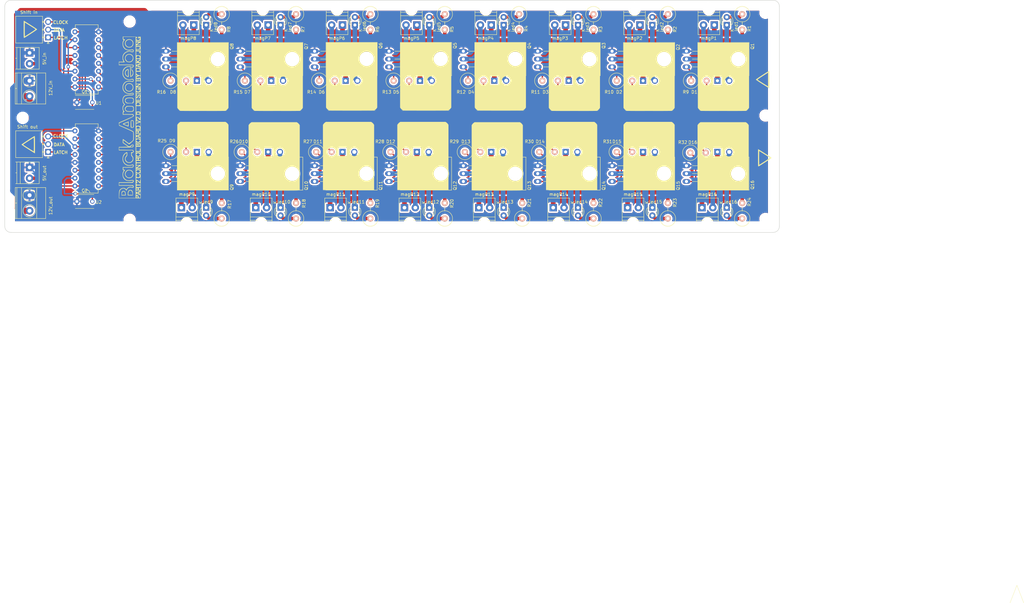
<source format=kicad_pcb>
(kicad_pcb (version 4) (host pcbnew 4.0.2-stable)
  (layers (0 F.Cu signal) (31 B.Cu signal) (34 B.Paste user) (35 F.Paste user) (36 B.SilkS user) (37 F.SilkS user) (38 B.Mask user) (39 F.Mask user) (44 Edge.Cuts user))
  (net 0 "")
  (net 1 GND)
  (net 2 +5V)
  (net 3 "Net-(D1-Pad2)")
  (net 4 +12V)
  (net 5 "Net-(D2-Pad2)")
  (net 6 "Net-(D3-Pad2)")
  (net 7 "Net-(D4-Pad2)")
  (net 8 "Net-(D5-Pad2)")
  (net 9 "Net-(D6-Pad2)")
  (net 10 "Net-(D7-Pad2)")
  (net 11 "Net-(D8-Pad2)")
  (net 12 "Net-(D9-Pad2)")
  (net 13 "Net-(D10-Pad2)")
  (net 14 "Net-(D11-Pad2)")
  (net 15 "Net-(D12-Pad2)")
  (net 16 "Net-(D13-Pad2)")
  (net 17 "Net-(D14-Pad2)")
  (net 18 "Net-(D15-Pad2)")
  (net 19 "Net-(D16-Pad2)")
  (net 20 "Net-(R1-Pad1)")
  (net 21 "Net-(R2-Pad1)")
  (net 22 "Net-(R3-Pad1)")
  (net 23 "Net-(R4-Pad1)")
  (net 24 "Net-(R5-Pad1)")
  (net 25 "Net-(R6-Pad1)")
  (net 26 "Net-(R7-Pad1)")
  (net 27 "Net-(R8-Pad1)")
  (net 28 "Net-(R17-Pad1)")
  (net 29 "Net-(R18-Pad1)")
  (net 30 "Net-(R19-Pad1)")
  (net 31 "Net-(R20-Pad1)")
  (net 32 "Net-(R21-Pad1)")
  (net 33 "Net-(R22-Pad1)")
  (net 34 "Net-(R23-Pad1)")
  (net 35 "Net-(R24-Pad1)")
  (net 36 "Net-(P1-Pad1)")
  (net 37 "Net-(P1-Pad2)")
  (net 38 "Net-(P1-Pad3)")
  (net 39 "Net-(P6-Pad2)")
  (net 40 "Net-(Q1-Pad1)")
  (net 41 "Net-(Q2-Pad1)")
  (net 42 "Net-(Q3-Pad1)")
  (net 43 "Net-(Q4-Pad1)")
  (net 44 "Net-(Q5-Pad1)")
  (net 45 "Net-(Q6-Pad1)")
  (net 46 "Net-(Q7-Pad1)")
  (net 47 "Net-(Q8-Pad1)")
  (net 48 "Net-(Q9-Pad1)")
  (net 49 "Net-(Q10-Pad1)")
  (net 50 "Net-(Q11-Pad1)")
  (net 51 "Net-(Q12-Pad1)")
  (net 52 "Net-(Q13-Pad1)")
  (net 53 "Net-(Q14-Pad1)")
  (net 54 "Net-(Q15-Pad1)")
  (net 55 "Net-(Q16-Pad1)")
  (net 56 "Net-(R9-Pad2)")
  (net 57 "Net-(R10-Pad2)")
  (net 58 "Net-(R11-Pad2)")
  (net 59 "Net-(R12-Pad2)")
  (net 60 "Net-(R13-Pad2)")
  (net 61 "Net-(R14-Pad2)")
  (net 62 "Net-(R15-Pad2)")
  (net 63 "Net-(R16-Pad2)")
  (net 64 "Net-(R25-Pad2)")
  (net 65 "Net-(R26-Pad2)")
  (net 66 "Net-(R27-Pad2)")
  (net 67 "Net-(R28-Pad2)")
  (net 68 "Net-(R29-Pad2)")
  (net 69 "Net-(R30-Pad2)")
  (net 70 "Net-(R31-Pad2)")
  (net 71 "Net-(R32-Pad2)")
  (net 72 "Net-(U1-Pad9)")
  (module arrow:arrow01 (layer F.Cu) (at 32.5 69 180)
    (fp_text reference G*** hide)
    (fp_text value LOGO hide)
  )
  (module arrow:arrow01 (layer F.Cu) (at 31.75 106.25)
    (fp_text reference G*** hide)
    (fp_text value LOGO hide)
  )
  (module Mounting_Holes:MountingHole_3mm (layer F.Cu) (at 64.5 130.5)
    (fp_text reference REF** hide)
    (fp_text value MountingHole_3mm)
    (pad 1 np_thru_hole circle (at 0 0) (size 3 3) (drill 3) (layers *.Cu *.Mask))
  )
  (module Mounting_Holes:MountingHole_3mm (layer F.Cu) (at 64.5 66.5)
    (fp_text reference REF** hide)
    (fp_text value MountingHole_3mm)
    (pad 1 np_thru_hole circle (at 0 0) (size 3 3) (drill 3) (layers *.Cu *.Mask))
  )
  (module Mounting_Holes:MountingHole_3mm (layer F.Cu) (at 30 97.6)
    (fp_text reference REF** hide)
    (fp_text value MountingHole_3mm)
    (pad 1 np_thru_hole circle (at 0 0) (size 3 3) (drill 3) (layers *.Cu *.Mask))
  )
  (module 실크스크린이미지:num02 (layer F.Cu) (at 256.1 84.3)
    (fp_text reference G*** hide)
    (fp_text value LOGO hide)
  )
  (module 실크스크린이미지:num01 (layer F.Cu) (at 256 110)
    (fp_text reference G*** hide)
    (fp_text value LOGO hide)
  )
  (module 실크스크린이미지:num01 (layer F.Cu) (at 232.1 109.9)
    (fp_text reference G*** hide)
    (fp_text value LOGO hide)
  )
  (module 실크스크린이미지:num03 (layer F.Cu) (at 207.1 109.9)
    (fp_text reference G*** hide)
    (fp_text value LOGO hide)
  )
  (module 실크스크린이미지:num03 (layer F.Cu) (at 183.1 110)
    (fp_text reference G*** hide)
    (fp_text value LOGO hide)
  )
  (module 실크스크린이미지:num03 (layer F.Cu) (at 159.1 109.9)
    (fp_text reference G*** hide)
    (fp_text value LOGO hide)
  )
  (module 실크스크린이미지:num03 (layer F.Cu) (at 135.1 109.9)
    (fp_text reference G*** hide)
    (fp_text value LOGO hide)
  )
  (module 실크스크린이미지:num02 (layer F.Cu) (at 232.1 84.3)
    (fp_text reference G*** hide)
    (fp_text value LOGO hide)
  )
  (module 실크스크린이미지:num02 (layer F.Cu) (at 208 84.3)
    (fp_text reference G*** hide)
    (fp_text value LOGO hide)
  )
  (module 실크스크린이미지:num02 (layer F.Cu) (at 184.1 84.2)
    (fp_text reference G*** hide)
    (fp_text value LOGO hide)
  )
  (module 실크스크린이미지:num02 (layer F.Cu) (at 160 84.2)
    (fp_text reference G*** hide)
    (fp_text value LOGO hide)
  )
  (module 실크스크린이미지:num02 (layer F.Cu) (at 136.1 84.2)
    (fp_text reference G*** hide)
    (fp_text value LOGO hide)
  )
  (module 실크스크린이미지:num02 (layer F.Cu) (at 112.1 84.3)
    (fp_text reference G*** hide)
    (fp_text value LOGO hide)
  )
  (module Mounting_Holes:MountingHole_3mm (layer F.Cu) (at 269.7 130.25)
    (fp_text reference REF** hide)
    (fp_text value MountingHole_3mm)
    (pad 1 np_thru_hole circle (at 0 0) (size 3 3) (drill 3) (layers *.Cu *.Mask))
  )
  (module Mounting_Holes:MountingHole_3mm (layer F.Cu) (at 269.7 63.65)
    (fp_text reference REF** hide)
    (fp_text value MountingHole_3mm)
    (pad 1 np_thru_hole circle (at 0 0) (size 3 3) (drill 3) (layers *.Cu *.Mask))
  )
  (module Mounting_Holes:MountingHole_3mm (layer F.Cu) (at 250.95 131.6)
    (fp_text reference REF** hide)
    (fp_text value MountingHole_3mm)
    (pad 1 np_thru_hole circle (at 0 0) (size 3 3) (drill 3) (layers *.Cu *.Mask))
  )
  (module Mounting_Holes:MountingHole_3mm (layer F.Cu) (at 226.95 131.6)
    (fp_text reference REF** hide)
    (fp_text value MountingHole_3mm)
    (pad 1 np_thru_hole circle (at 0 0) (size 3 3) (drill 3) (layers *.Cu *.Mask))
  )
  (module Mounting_Holes:MountingHole_3mm (layer F.Cu) (at 202.95 131.6)
    (fp_text reference REF** hide)
    (fp_text value MountingHole_3mm)
    (pad 1 np_thru_hole circle (at 0 0) (size 3 3) (drill 3) (layers *.Cu *.Mask))
  )
  (module Mounting_Holes:MountingHole_3mm (layer F.Cu) (at 178.95 131.6)
    (fp_text reference REF** hide)
    (fp_text value MountingHole_3mm)
    (pad 1 np_thru_hole circle (at 0 0) (size 3 3) (drill 3) (layers *.Cu *.Mask))
  )
  (module Mounting_Holes:MountingHole_3mm (layer F.Cu) (at 154.95 131.6)
    (fp_text reference REF** hide)
    (fp_text value MountingHole_3mm)
    (pad 1 np_thru_hole circle (at 0 0) (size 3 3) (drill 3) (layers *.Cu *.Mask))
  )
  (module Mounting_Holes:MountingHole_3mm (layer F.Cu) (at 130.95 131.6)
    (fp_text reference REF** hide)
    (fp_text value MountingHole_3mm)
    (pad 1 np_thru_hole circle (at 0 0) (size 3 3) (drill 3) (layers *.Cu *.Mask))
  )
  (module Mounting_Holes:MountingHole_3mm (layer F.Cu) (at 106.95 131.6)
    (fp_text reference REF** hide)
    (fp_text value MountingHole_3mm)
    (pad 1 np_thru_hole circle (at 0 0) (size 3 3) (drill 3) (layers *.Cu *.Mask))
  )
  (module Mounting_Holes:MountingHole_3mm (layer F.Cu) (at 82.95 131.6)
    (fp_text reference REF** hide)
    (fp_text value MountingHole_3mm)
    (pad 1 np_thru_hole circle (at 0 0) (size 3 3) (drill 3) (layers *.Cu *.Mask))
  )
  (module Mounting_Holes:MountingHole_3mm (layer F.Cu) (at 251.45 62.6)
    (fp_text reference REF** hide)
    (fp_text value MountingHole_3mm)
    (pad 1 np_thru_hole circle (at 0 0) (size 3 3) (drill 3) (layers *.Cu *.Mask))
  )
  (module Mounting_Holes:MountingHole_3mm (layer F.Cu) (at 227.45 62.6)
    (fp_text reference REF** hide)
    (fp_text value MountingHole_3mm)
    (pad 1 np_thru_hole circle (at 0 0) (size 3 3) (drill 3) (layers *.Cu *.Mask))
  )
  (module Mounting_Holes:MountingHole_3mm (layer F.Cu) (at 203.45 62.6)
    (fp_text reference REF** hide)
    (fp_text value MountingHole_3mm)
    (pad 1 np_thru_hole circle (at 0 0) (size 3 3) (drill 3) (layers *.Cu *.Mask))
  )
  (module Mounting_Holes:MountingHole_3mm (layer F.Cu) (at 179.45 62.6)
    (fp_text reference REF** hide)
    (fp_text value MountingHole_3mm)
    (pad 1 np_thru_hole circle (at 0 0) (size 3 3) (drill 3) (layers *.Cu *.Mask))
  )
  (module Mounting_Holes:MountingHole_3mm (layer F.Cu) (at 155.45 62.6)
    (fp_text reference REF** hide)
    (fp_text value MountingHole_3mm)
    (pad 1 np_thru_hole circle (at 0 0) (size 3 3) (drill 3) (layers *.Cu *.Mask))
  )
  (module Mounting_Holes:MountingHole_3mm (layer F.Cu) (at 131.45 62.6)
    (fp_text reference REF** hide)
    (fp_text value MountingHole_3mm)
    (pad 1 np_thru_hole circle (at 0 0) (size 3 3) (drill 3) (layers *.Cu *.Mask))
  )
  (module Mounting_Holes:MountingHole_3mm (layer F.Cu) (at 107.45 62.6)
    (fp_text reference REF** hide)
    (fp_text value MountingHole_3mm)
    (pad 1 np_thru_hole circle (at 0 0) (size 3 3) (drill 3) (layers *.Cu *.Mask))
  )
  (module Mounting_Holes:MountingHole_3mm (layer F.Cu) (at 83.45 62.6)
    (fp_text reference REF** hide)
    (fp_text value MountingHole_3mm)
    (pad 1 np_thru_hole circle (at 0 0) (size 3 3) (drill 3) (layers *.Cu *.Mask))
  )
  (module Connectors_Molex:Molex_NanoFit_1x03x2.50mm_Angled (layer F.Cu) (at 38.2 108.6 90)
    (fp_text reference "Shift out" (at 8.1 -6.7 180) (layer F.SilkS))
    (fp_text value "Shift out")
    (pad 1 thru_hole rect (at 0 0 90) (size 1.9 1.9) (drill 1.2) (layers *.Cu *.Mask) (net 36 "Net-(P1-Pad1)"))
    (pad 2 thru_hole circle (at 2.5 0 90) (size 1.9 1.9) (drill 1.2) (layers *.Cu *.Mask) (net 39 "Net-(P6-Pad2)"))
    (pad 3 thru_hole circle (at 5 0 90) (size 1.9 1.9) (drill 1.2) (layers *.Cu *.Mask) (net 38 "Net-(P1-Pad3)"))
  )
  (module Connectors_Molex:Molex_NanoFit_1x03x2.50mm_Angled (layer F.Cu) (at 38.2 71.6 90)
    (fp_text reference "Shift in" (at 8.1 -6.2 180) (layer F.SilkS))
    (fp_text value "Shift in")
    (pad 1 thru_hole rect (at 0 0 90) (size 1.9 1.9) (drill 1.2) (layers *.Cu *.Mask) (net 36 "Net-(P1-Pad1)"))
    (pad 2 thru_hole circle (at 2.5 0 90) (size 1.9 1.9) (drill 1.2) (layers *.Cu *.Mask) (net 37 "Net-(P1-Pad2)"))
    (pad 3 thru_hole circle (at 5 0 90) (size 1.9 1.9) (drill 1.2) (layers *.Cu *.Mask) (net 38 "Net-(P1-Pad3)"))
  )
  (module Terminal_Blocks:TerminalBlock_Pheonix_PT-3.5mm_2pol (layer F.Cu) (at 32.2 113.6 270)
    (fp_text reference 5V_out (at 1.9 -4.8 450) (layer F.SilkS))
    (fp_text value 5V_OUT)
    (pad 2 thru_hole circle (at 3.5 0 270) (size 2.4 2.4) (drill 1.2) (layers *.Cu *.Mask) (net 2 +5V))
    (pad 1 thru_hole rect (at 0 0 270) (size 2.4 2.4) (drill 1.2) (layers *.Cu *.Mask) (net 1 GND))
  )
  (module Terminal_Blocks:TerminalBlock_Pheonix_MKDS1.5-2pol (layer F.Cu) (at 32.2 122.6 270)
    (fp_text reference 12V_out (at 3.4 -6.8 270) (layer F.SilkS))
    (fp_text value 12V_OUT)
    (pad 1 thru_hole rect (at 0 0 270) (size 2.5 2.5) (drill 1.3) (layers *.Cu *.Mask) (net 1 GND))
    (pad 2 thru_hole circle (at 5 0 270) (size 2.5 2.5) (drill 1.3) (layers *.Cu *.Mask) (net 4 +12V))
  )
  (module Resistors_ThroughHole:Resistor_Vertical_RM5mm (layer F.Cu) (at 262.2 66.6 270)
    (fp_text reference R1 (at 2.15 -2.3 270) (layer F.SilkS))
    (fp_text value 10kΩ)
    (pad 1 thru_hole circle (at -2.49936 0 270) (size 1.99898 1.99898) (drill 1.00076) (layers *.Cu *.SilkS *.Mask) (net 20 "Net-(R1-Pad1)"))
    (pad 2 thru_hole circle (at 2.5019 0 270) (size 1.99898 1.99898) (drill 1.00076) (layers *.Cu *.SilkS *.Mask) (net 4 +12V))
  )
  (module Housings_DIP:DIP-16_W7.62mm (layer F.Cu) (at 54.47 119.6 180)
    (fp_text reference U2 (at 0 -5.22 180) (layer F.SilkS))
    (fp_text value 74HC595)
    (pad 1 thru_hole oval (at 0 0 180) (size 1.6 1.6) (drill 0.8) (layers *.Cu *.Mask) (net 65 "Net-(R26-Pad2)"))
    (pad 2 thru_hole oval (at 0 2.54 180) (size 1.6 1.6) (drill 0.8) (layers *.Cu *.Mask) (net 66 "Net-(R27-Pad2)"))
    (pad 3 thru_hole oval (at 0 5.08 180) (size 1.6 1.6) (drill 0.8) (layers *.Cu *.Mask) (net 67 "Net-(R28-Pad2)"))
    (pad 4 thru_hole oval (at 0 7.62 180) (size 1.6 1.6) (drill 0.8) (layers *.Cu *.Mask) (net 68 "Net-(R29-Pad2)"))
    (pad 5 thru_hole oval (at 0 10.16 180) (size 1.6 1.6) (drill 0.8) (layers *.Cu *.Mask) (net 69 "Net-(R30-Pad2)"))
    (pad 6 thru_hole oval (at 0 12.7 180) (size 1.6 1.6) (drill 0.8) (layers *.Cu *.Mask) (net 70 "Net-(R31-Pad2)"))
    (pad 7 thru_hole oval (at 0 15.24 180) (size 1.6 1.6) (drill 0.8) (layers *.Cu *.Mask) (net 71 "Net-(R32-Pad2)"))
    (pad 8 thru_hole oval (at 0 17.78 180) (size 1.6 1.6) (drill 0.8) (layers *.Cu *.Mask) (net 1 GND))
    (pad 9 thru_hole oval (at 7.62 17.78 180) (size 1.6 1.6) (drill 0.8) (layers *.Cu *.Mask) (net 39 "Net-(P6-Pad2)"))
    (pad 10 thru_hole oval (at 7.62 15.24 180) (size 1.6 1.6) (drill 0.8) (layers *.Cu *.Mask) (net 2 +5V))
    (pad 11 thru_hole oval (at 7.62 12.7 180) (size 1.6 1.6) (drill 0.8) (layers *.Cu *.Mask) (net 38 "Net-(P1-Pad3)"))
    (pad 12 thru_hole oval (at 7.62 10.16 180) (size 1.6 1.6) (drill 0.8) (layers *.Cu *.Mask) (net 36 "Net-(P1-Pad1)"))
    (pad 13 thru_hole oval (at 7.62 7.62 180) (size 1.6 1.6) (drill 0.8) (layers *.Cu *.Mask) (net 1 GND))
    (pad 14 thru_hole oval (at 7.62 5.08 180) (size 1.6 1.6) (drill 0.8) (layers *.Cu *.Mask) (net 72 "Net-(U1-Pad9)"))
    (pad 15 thru_hole oval (at 7.62 2.54 180) (size 1.6 1.6) (drill 0.8) (layers *.Cu *.Mask) (net 64 "Net-(R25-Pad2)"))
    (pad 16 thru_hole oval (at 7.62 0 180) (size 1.6 1.6) (drill 0.8) (layers *.Cu *.Mask) (net 2 +5V))
  )
  (module Housings_DIP:DIP-16_W7.62mm (layer F.Cu) (at 54.47 87.6 180)
    (fp_text reference U1 (at 0 -5.22 180) (layer F.SilkS))
    (fp_text value 74HC595)
    (pad 1 thru_hole oval (at 0 0 180) (size 1.6 1.6) (drill 0.8) (layers *.Cu *.Mask) (net 57 "Net-(R10-Pad2)"))
    (pad 2 thru_hole oval (at 0 2.54 180) (size 1.6 1.6) (drill 0.8) (layers *.Cu *.Mask) (net 58 "Net-(R11-Pad2)"))
    (pad 3 thru_hole oval (at 0 5.08 180) (size 1.6 1.6) (drill 0.8) (layers *.Cu *.Mask) (net 59 "Net-(R12-Pad2)"))
    (pad 4 thru_hole oval (at 0 7.62 180) (size 1.6 1.6) (drill 0.8) (layers *.Cu *.Mask) (net 60 "Net-(R13-Pad2)"))
    (pad 5 thru_hole oval (at 0 10.16 180) (size 1.6 1.6) (drill 0.8) (layers *.Cu *.Mask) (net 61 "Net-(R14-Pad2)"))
    (pad 6 thru_hole oval (at 0 12.7 180) (size 1.6 1.6) (drill 0.8) (layers *.Cu *.Mask) (net 62 "Net-(R15-Pad2)"))
    (pad 7 thru_hole oval (at 0 15.24 180) (size 1.6 1.6) (drill 0.8) (layers *.Cu *.Mask) (net 63 "Net-(R16-Pad2)"))
    (pad 8 thru_hole oval (at 0 17.78 180) (size 1.6 1.6) (drill 0.8) (layers *.Cu *.Mask) (net 1 GND))
    (pad 9 thru_hole oval (at 7.62 17.78 180) (size 1.6 1.6) (drill 0.8) (layers *.Cu *.Mask) (net 72 "Net-(U1-Pad9)"))
    (pad 10 thru_hole oval (at 7.62 15.24 180) (size 1.6 1.6) (drill 0.8) (layers *.Cu *.Mask) (net 2 +5V))
    (pad 11 thru_hole oval (at 7.62 12.7 180) (size 1.6 1.6) (drill 0.8) (layers *.Cu *.Mask) (net 38 "Net-(P1-Pad3)"))
    (pad 12 thru_hole oval (at 7.62 10.16 180) (size 1.6 1.6) (drill 0.8) (layers *.Cu *.Mask) (net 36 "Net-(P1-Pad1)"))
    (pad 13 thru_hole oval (at 7.62 7.62 180) (size 1.6 1.6) (drill 0.8) (layers *.Cu *.Mask) (net 1 GND))
    (pad 14 thru_hole oval (at 7.62 5.08 180) (size 1.6 1.6) (drill 0.8) (layers *.Cu *.Mask) (net 37 "Net-(P1-Pad2)"))
    (pad 15 thru_hole oval (at 7.62 2.54 180) (size 1.6 1.6) (drill 0.8) (layers *.Cu *.Mask) (net 56 "Net-(R9-Pad2)"))
    (pad 16 thru_hole oval (at 7.62 0 180) (size 1.6 1.6) (drill 0.8) (layers *.Cu *.Mask) (net 2 +5V))
  )
  (module Capacitors_ThroughHole:C_Disc_D6_P5 (layer F.Cu) (at 47.47 92.6)
    (fp_text reference C1 (at 2.5 -3.5) (layer F.SilkS))
    (fp_text value 0.1uF)
    (pad 1 thru_hole rect (at 0 0) (size 1.4 1.4) (drill 0.9) (layers *.Cu *.Mask) (net 1 GND))
    (pad 2 thru_hole circle (at 5 0) (size 1.4 1.4) (drill 0.9) (layers *.Cu *.Mask) (net 2 +5V))
  )
  (module Capacitors_ThroughHole:C_Disc_D6_P5 (layer F.Cu) (at 47.47 124.6)
    (fp_text reference C2 (at 2.5 -3.5) (layer F.SilkS))
    (fp_text value 0.1uF)
    (pad 1 thru_hole rect (at 0 0) (size 1.4 1.4) (drill 0.9) (layers *.Cu *.Mask) (net 1 GND))
    (pad 2 thru_hole circle (at 5 0) (size 1.4 1.4) (drill 0.9) (layers *.Cu *.Mask) (net 2 +5V))
  )
  (module Diodes_ThroughHole:Diode_DO-41_SOD81_Vertical_AnodeUp (layer F.Cu) (at 254.2 85.6)
    (fp_text reference D1 (at -7.45 3.65) (layer F.SilkS))
    (fp_text value 1N4001)
    (fp_text user A (at 2.794 1.651) (layer F.SilkS))
    (pad 2 thru_hole circle (at 3.81 0) (size 1.99898 1.99898) (drill 1.27) (layers *.Cu *.Mask) (net 3 "Net-(D1-Pad2)"))
    (pad 1 thru_hole rect (at 0 0) (size 1.99898 1.99898) (drill 1.00076) (layers *.Cu *.Mask) (net 4 +12V))
  )
  (module Diodes_ThroughHole:Diode_DO-41_SOD81_Vertical_AnodeUp (layer F.Cu) (at 230.2 85.6)
    (fp_text reference D2 (at -7.7 3.65) (layer F.SilkS))
    (fp_text value 1N4001)
    (fp_text user A (at 2.794 1.651) (layer F.SilkS))
    (pad 2 thru_hole circle (at 3.81 0) (size 1.99898 1.99898) (drill 1.27) (layers *.Cu *.Mask) (net 5 "Net-(D2-Pad2)"))
    (pad 1 thru_hole rect (at 0 0) (size 1.99898 1.99898) (drill 1.00076) (layers *.Cu *.Mask) (net 4 +12V))
  )
  (module Diodes_ThroughHole:Diode_DO-41_SOD81_Vertical_AnodeUp (layer F.Cu) (at 206.2 85.6)
    (fp_text reference D3 (at -7.45 3.65) (layer F.SilkS))
    (fp_text value 1N4001)
    (fp_text user A (at 2.794 1.651) (layer F.SilkS))
    (pad 2 thru_hole circle (at 3.81 0) (size 1.99898 1.99898) (drill 1.27) (layers *.Cu *.Mask) (net 6 "Net-(D3-Pad2)"))
    (pad 1 thru_hole rect (at 0 0) (size 1.99898 1.99898) (drill 1.00076) (layers *.Cu *.Mask) (net 4 +12V))
  )
  (module Diodes_ThroughHole:Diode_DO-41_SOD81_Vertical_AnodeUp (layer F.Cu) (at 182.2 85.6)
    (fp_text reference D4 (at -7.45 3.65) (layer F.SilkS))
    (fp_text value 1N4001)
    (fp_text user A (at 2.794 1.651) (layer F.SilkS))
    (pad 2 thru_hole circle (at 3.81 0) (size 1.99898 1.99898) (drill 1.27) (layers *.Cu *.Mask) (net 7 "Net-(D4-Pad2)"))
    (pad 1 thru_hole rect (at 0 0) (size 1.99898 1.99898) (drill 1.00076) (layers *.Cu *.Mask) (net 4 +12V))
  )
  (module Diodes_ThroughHole:Diode_DO-41_SOD81_Vertical_AnodeUp (layer F.Cu) (at 158.2 85.6)
    (fp_text reference D5 (at -7.7 3.65) (layer F.SilkS))
    (fp_text value 1N4001)
    (fp_text user A (at 2.794 1.651) (layer F.SilkS))
    (pad 2 thru_hole circle (at 3.81 0) (size 1.99898 1.99898) (drill 1.27) (layers *.Cu *.Mask) (net 8 "Net-(D5-Pad2)"))
    (pad 1 thru_hole rect (at 0 0) (size 1.99898 1.99898) (drill 1.00076) (layers *.Cu *.Mask) (net 4 +12V))
  )
  (module Diodes_ThroughHole:Diode_DO-41_SOD81_Vertical_AnodeUp (layer F.Cu) (at 134.2 85.6)
    (fp_text reference D6 (at -7.7 3.65) (layer F.SilkS))
    (fp_text value 1N4001)
    (fp_text user A (at 2.794 1.651) (layer F.SilkS))
    (pad 2 thru_hole circle (at 3.81 0) (size 1.99898 1.99898) (drill 1.27) (layers *.Cu *.Mask) (net 9 "Net-(D6-Pad2)"))
    (pad 1 thru_hole rect (at 0 0) (size 1.99898 1.99898) (drill 1.00076) (layers *.Cu *.Mask) (net 4 +12V))
  )
  (module Diodes_ThroughHole:Diode_DO-41_SOD81_Vertical_AnodeUp (layer F.Cu) (at 110.2 85.6)
    (fp_text reference D7 (at -7.7 3.65) (layer F.SilkS))
    (fp_text value 1N4001)
    (fp_text user A (at 2.794 1.651) (layer F.SilkS))
    (pad 2 thru_hole circle (at 3.81 0) (size 1.99898 1.99898) (drill 1.27) (layers *.Cu *.Mask) (net 10 "Net-(D7-Pad2)"))
    (pad 1 thru_hole rect (at 0 0) (size 1.99898 1.99898) (drill 1.00076) (layers *.Cu *.Mask) (net 4 +12V))
  )
  (module Diodes_ThroughHole:Diode_DO-41_SOD81_Vertical_AnodeUp (layer F.Cu) (at 86.2 85.6)
    (fp_text reference D8 (at -7.7 3.65 180) (layer F.SilkS))
    (fp_text value 1N4001)
    (fp_text user A (at 2.794 1.651) (layer F.SilkS))
    (pad 2 thru_hole circle (at 3.81 0) (size 1.99898 1.99898) (drill 1.27) (layers *.Cu *.Mask) (net 11 "Net-(D8-Pad2)"))
    (pad 1 thru_hole rect (at 0 0) (size 1.99898 1.99898) (drill 1.00076) (layers *.Cu *.Mask) (net 4 +12V))
  )
  (module Diodes_ThroughHole:Diode_DO-41_SOD81_Vertical_AnodeUp (layer F.Cu) (at 86.2 108.6)
    (fp_text reference D9 (at -7.95 -3.6) (layer F.SilkS))
    (fp_text value 1N4001)
    (fp_text user A (at 2.794 1.651) (layer F.SilkS))
    (pad 2 thru_hole circle (at 3.81 0) (size 1.99898 1.99898) (drill 1.27) (layers *.Cu *.Mask) (net 12 "Net-(D9-Pad2)"))
    (pad 1 thru_hole rect (at 0 0) (size 1.99898 1.99898) (drill 1.00076) (layers *.Cu *.Mask) (net 4 +12V))
  )
  (module Diodes_ThroughHole:Diode_DO-41_SOD81_Vertical_AnodeUp (layer F.Cu) (at 109.2 108.6)
    (fp_text reference D10 (at -7.95 -3.35) (layer F.SilkS))
    (fp_text value 1N4001)
    (fp_text user A (at 2.794 1.651) (layer F.SilkS))
    (pad 2 thru_hole circle (at 3.81 0) (size 1.99898 1.99898) (drill 1.27) (layers *.Cu *.Mask) (net 13 "Net-(D10-Pad2)"))
    (pad 1 thru_hole rect (at 0 0) (size 1.99898 1.99898) (drill 1.00076) (layers *.Cu *.Mask) (net 4 +12V))
  )
  (module Diodes_ThroughHole:Diode_DO-41_SOD81_Vertical_AnodeUp (layer F.Cu) (at 133.2 108.6)
    (fp_text reference D11 (at -7.95 -3.35) (layer F.SilkS))
    (fp_text value 1N4001)
    (fp_text user A (at 2.794 1.651) (layer F.SilkS))
    (pad 2 thru_hole circle (at 3.81 0) (size 1.99898 1.99898) (drill 1.27) (layers *.Cu *.Mask) (net 14 "Net-(D11-Pad2)"))
    (pad 1 thru_hole rect (at 0 0) (size 1.99898 1.99898) (drill 1.00076) (layers *.Cu *.Mask) (net 4 +12V))
  )
  (module Diodes_ThroughHole:Diode_DO-41_SOD81_Vertical_AnodeUp (layer F.Cu) (at 157.2 108.6)
    (fp_text reference D12 (at -8.45 -3.35) (layer F.SilkS))
    (fp_text value 1N4001)
    (fp_text user A (at 2.794 1.651) (layer F.SilkS))
    (pad 2 thru_hole circle (at 3.81 0) (size 1.99898 1.99898) (drill 1.27) (layers *.Cu *.Mask) (net 15 "Net-(D12-Pad2)"))
    (pad 1 thru_hole rect (at 0 0) (size 1.99898 1.99898) (drill 1.00076) (layers *.Cu *.Mask) (net 4 +12V))
  )
  (module Diodes_ThroughHole:Diode_DO-41_SOD81_Vertical_AnodeUp (layer F.Cu) (at 181.2 108.6)
    (fp_text reference D13 (at -8.2 -3.35) (layer F.SilkS))
    (fp_text value 1N4001)
    (fp_text user A (at 2.794 1.651) (layer F.SilkS))
    (pad 2 thru_hole circle (at 3.81 0) (size 1.99898 1.99898) (drill 1.27) (layers *.Cu *.Mask) (net 16 "Net-(D13-Pad2)"))
    (pad 1 thru_hole rect (at 0 0) (size 1.99898 1.99898) (drill 1.00076) (layers *.Cu *.Mask) (net 4 +12V))
  )
  (module Diodes_ThroughHole:Diode_DO-41_SOD81_Vertical_AnodeUp (layer F.Cu) (at 205.2 108.6)
    (fp_text reference D14 (at -8.2 -3.35) (layer F.SilkS))
    (fp_text value 1N4001)
    (fp_text user A (at 2.794 1.651) (layer F.SilkS))
    (pad 2 thru_hole circle (at 3.81 0) (size 1.99898 1.99898) (drill 1.27) (layers *.Cu *.Mask) (net 17 "Net-(D14-Pad2)"))
    (pad 1 thru_hole rect (at 0 0) (size 1.99898 1.99898) (drill 1.00076) (layers *.Cu *.Mask) (net 4 +12V))
  )
  (module Diodes_ThroughHole:Diode_DO-41_SOD81_Vertical_AnodeUp (layer F.Cu) (at 230.2 108.6)
    (fp_text reference D15 (at -8.45 -3.35) (layer F.SilkS))
    (fp_text value 1N4001)
    (fp_text user A (at 2.794 1.651) (layer F.SilkS))
    (pad 2 thru_hole circle (at 3.81 0) (size 1.99898 1.99898) (drill 1.27) (layers *.Cu *.Mask) (net 18 "Net-(D15-Pad2)"))
    (pad 1 thru_hole rect (at 0 0) (size 1.99898 1.99898) (drill 1.00076) (layers *.Cu *.Mask) (net 4 +12V))
  )
  (module Diodes_ThroughHole:Diode_DO-41_SOD81_Vertical_AnodeUp (layer F.Cu) (at 254.2 108.6)
    (fp_text reference D16 (at -7.95 -3.1) (layer F.SilkS))
    (fp_text value 1N4001)
    (fp_text user A (at 2.794 1.651) (layer F.SilkS))
    (pad 2 thru_hole circle (at 3.81 0) (size 1.99898 1.99898) (drill 1.27) (layers *.Cu *.Mask) (net 19 "Net-(D16-Pad2)"))
    (pad 1 thru_hole rect (at 0 0) (size 1.99898 1.99898) (drill 1.00076) (layers *.Cu *.Mask) (net 4 +12V))
  )
  (module LEDs:LED-3MM (layer F.Cu) (at 257.2 67.6 90)
    (fp_text reference led1 (at -0.4 3.05 90) (layer F.SilkS))
    (fp_text value LED)
    (fp_text user K (at -1.69 1.74 90) (layer F.SilkS))
    (pad 1 thru_hole rect (at 0 0 180) (size 2 2) (drill 1.00076) (layers *.Cu *.Mask) (net 3 "Net-(D1-Pad2)"))
    (pad 2 thru_hole circle (at 2.54 0 90) (size 2 2) (drill 1.00076) (layers *.Cu *.Mask) (net 20 "Net-(R1-Pad1)"))
  )
  (module LEDs:LED-3MM (layer F.Cu) (at 233.2 67.6 90)
    (fp_text reference led2 (at -0.65 3.05 90) (layer F.SilkS))
    (fp_text value LED)
    (fp_text user K (at -1.69 1.74 90) (layer F.SilkS))
    (pad 1 thru_hole rect (at 0 0 180) (size 2 2) (drill 1.00076) (layers *.Cu *.Mask) (net 5 "Net-(D2-Pad2)"))
    (pad 2 thru_hole circle (at 2.54 0 90) (size 2 2) (drill 1.00076) (layers *.Cu *.Mask) (net 21 "Net-(R2-Pad1)"))
  )
  (module LEDs:LED-3MM (layer F.Cu) (at 209.2 67.6 90)
    (fp_text reference led3 (at -0.65 3.05 90) (layer F.SilkS))
    (fp_text value LED)
    (fp_text user K (at -1.69 1.74 90) (layer F.SilkS))
    (pad 1 thru_hole rect (at 0 0 180) (size 2 2) (drill 1.00076) (layers *.Cu *.Mask) (net 6 "Net-(D3-Pad2)"))
    (pad 2 thru_hole circle (at 2.54 0 90) (size 2 2) (drill 1.00076) (layers *.Cu *.Mask) (net 22 "Net-(R3-Pad1)"))
  )
  (module LEDs:LED-3MM (layer F.Cu) (at 185.2 67.6 90)
    (fp_text reference led4 (at -0.65 3.05 90) (layer F.SilkS))
    (fp_text value LED)
    (fp_text user K (at -1.69 1.74 90) (layer F.SilkS))
    (pad 1 thru_hole rect (at 0 0 180) (size 2 2) (drill 1.00076) (layers *.Cu *.Mask) (net 7 "Net-(D4-Pad2)"))
    (pad 2 thru_hole circle (at 2.54 0 90) (size 2 2) (drill 1.00076) (layers *.Cu *.Mask) (net 23 "Net-(R4-Pad1)"))
  )
  (module LEDs:LED-3MM (layer F.Cu) (at 161.2 67.6 90)
    (fp_text reference led5 (at -0.65 3.05 90) (layer F.SilkS))
    (fp_text value LED)
    (fp_text user K (at -1.69 1.74 90) (layer F.SilkS))
    (pad 1 thru_hole rect (at 0 0 180) (size 2 2) (drill 1.00076) (layers *.Cu *.Mask) (net 8 "Net-(D5-Pad2)"))
    (pad 2 thru_hole circle (at 2.54 0 90) (size 2 2) (drill 1.00076) (layers *.Cu *.Mask) (net 24 "Net-(R5-Pad1)"))
  )
  (module LEDs:LED-3MM (layer F.Cu) (at 137.2 67.6 90)
    (fp_text reference led6 (at -0.4 3.05 90) (layer F.SilkS))
    (fp_text value LED)
    (fp_text user K (at -1.69 1.74 90) (layer F.SilkS))
    (pad 1 thru_hole rect (at 0 0 180) (size 2 2) (drill 1.00076) (layers *.Cu *.Mask) (net 9 "Net-(D6-Pad2)"))
    (pad 2 thru_hole circle (at 2.54 0 90) (size 2 2) (drill 1.00076) (layers *.Cu *.Mask) (net 25 "Net-(R6-Pad1)"))
  )
  (module LEDs:LED-3MM (layer F.Cu) (at 113.2 67.6 90)
    (fp_text reference led7 (at -0.65 3.05 90) (layer F.SilkS))
    (fp_text value LED)
    (fp_text user K (at -1.69 1.74 90) (layer F.SilkS))
    (pad 1 thru_hole rect (at 0 0 180) (size 2 2) (drill 1.00076) (layers *.Cu *.Mask) (net 10 "Net-(D7-Pad2)"))
    (pad 2 thru_hole circle (at 2.54 0 90) (size 2 2) (drill 1.00076) (layers *.Cu *.Mask) (net 26 "Net-(R7-Pad1)"))
  )
  (module LEDs:LED-3MM (layer F.Cu) (at 89.2 67.6 90)
    (fp_text reference led8 (at -0.65 3.05 90) (layer F.SilkS))
    (fp_text value LED)
    (fp_text user K (at -1.69 1.74 90) (layer F.SilkS))
    (pad 1 thru_hole rect (at 0 0 180) (size 2 2) (drill 1.00076) (layers *.Cu *.Mask) (net 11 "Net-(D8-Pad2)"))
    (pad 2 thru_hole circle (at 2.54 0 90) (size 2 2) (drill 1.00076) (layers *.Cu *.Mask) (net 27 "Net-(R8-Pad1)"))
  )
  (module LEDs:LED-3MM (layer F.Cu) (at 89.2 126.6 270)
    (fp_text reference led9 (at -1.85 -0.55 360) (layer F.SilkS))
    (fp_text value LED)
    (fp_text user K (at -1.69 1.74 270) (layer F.SilkS))
    (pad 1 thru_hole rect (at 0 0) (size 2 2) (drill 1.00076) (layers *.Cu *.Mask) (net 12 "Net-(D9-Pad2)"))
    (pad 2 thru_hole circle (at 2.54 0 270) (size 2 2) (drill 1.00076) (layers *.Cu *.Mask) (net 28 "Net-(R17-Pad1)"))
  )
  (module LEDs:LED-3MM (layer F.Cu) (at 113.2 126.6 270)
    (fp_text reference led10 (at -1.85 -1.05 360) (layer F.SilkS))
    (fp_text value LED)
    (fp_text user K (at -1.69 1.74 270) (layer F.SilkS))
    (pad 1 thru_hole rect (at 0 0) (size 2 2) (drill 1.00076) (layers *.Cu *.Mask) (net 13 "Net-(D10-Pad2)"))
    (pad 2 thru_hole circle (at 2.54 0 270) (size 2 2) (drill 1.00076) (layers *.Cu *.Mask) (net 29 "Net-(R18-Pad1)"))
  )
  (module LEDs:LED-3MM (layer F.Cu) (at 137.2 126.6 270)
    (fp_text reference led11 (at -1.85 -1.05 360) (layer F.SilkS))
    (fp_text value LED)
    (fp_text user K (at -1.69 1.74 270) (layer F.SilkS))
    (pad 1 thru_hole rect (at 0 0) (size 2 2) (drill 1.00076) (layers *.Cu *.Mask) (net 14 "Net-(D11-Pad2)"))
    (pad 2 thru_hole circle (at 2.54 0 270) (size 2 2) (drill 1.00076) (layers *.Cu *.Mask) (net 30 "Net-(R19-Pad1)"))
  )
  (module LEDs:LED-3MM (layer F.Cu) (at 161.2 126.6 270)
    (fp_text reference led12 (at -1.85 -1.05 360) (layer F.SilkS))
    (fp_text value LED)
    (fp_text user K (at -1.69 1.74 270) (layer F.SilkS))
    (pad 1 thru_hole rect (at 0 0) (size 2 2) (drill 1.00076) (layers *.Cu *.Mask) (net 15 "Net-(D12-Pad2)"))
    (pad 2 thru_hole circle (at 2.54 0 270) (size 2 2) (drill 1.00076) (layers *.Cu *.Mask) (net 31 "Net-(R20-Pad1)"))
  )
  (module LEDs:LED-3MM (layer F.Cu) (at 185.2 126.6 270)
    (fp_text reference led13 (at -1.85 -1.05 360) (layer F.SilkS))
    (fp_text value LED)
    (fp_text user K (at -1.69 1.74 270) (layer F.SilkS))
    (pad 1 thru_hole rect (at 0 0) (size 2 2) (drill 1.00076) (layers *.Cu *.Mask) (net 16 "Net-(D13-Pad2)"))
    (pad 2 thru_hole circle (at 2.54 0 270) (size 2 2) (drill 1.00076) (layers *.Cu *.Mask) (net 32 "Net-(R21-Pad1)"))
  )
  (module LEDs:LED-3MM (layer F.Cu) (at 209.2 126.6 270)
    (fp_text reference led14 (at -1.85 -1.05 360) (layer F.SilkS))
    (fp_text value LED)
    (fp_text user K (at -1.69 1.74 270) (layer F.SilkS))
    (pad 1 thru_hole rect (at 0 0) (size 2 2) (drill 1.00076) (layers *.Cu *.Mask) (net 17 "Net-(D14-Pad2)"))
    (pad 2 thru_hole circle (at 2.54 0 270) (size 2 2) (drill 1.00076) (layers *.Cu *.Mask) (net 33 "Net-(R22-Pad1)"))
  )
  (module LEDs:LED-3MM (layer F.Cu) (at 233.2 126.6 270)
    (fp_text reference led15 (at -1.85 -1.05 360) (layer F.SilkS))
    (fp_text value LED)
    (fp_text user K (at -1.69 1.74 270) (layer F.SilkS))
    (pad 1 thru_hole rect (at 0 0) (size 2 2) (drill 1.00076) (layers *.Cu *.Mask) (net 18 "Net-(D15-Pad2)"))
    (pad 2 thru_hole circle (at 2.54 0 270) (size 2 2) (drill 1.00076) (layers *.Cu *.Mask) (net 34 "Net-(R23-Pad1)"))
  )
  (module LEDs:LED-3MM (layer F.Cu) (at 257.2 126.6 270)
    (fp_text reference led16 (at -1.85 -1.3 360) (layer F.SilkS))
    (fp_text value LED)
    (fp_text user K (at -1.69 1.74 270) (layer F.SilkS))
    (pad 1 thru_hole rect (at 0 0) (size 2 2) (drill 1.00076) (layers *.Cu *.Mask) (net 19 "Net-(D16-Pad2)"))
    (pad 2 thru_hole circle (at 2.54 0 270) (size 2 2) (drill 1.00076) (layers *.Cu *.Mask) (net 35 "Net-(R24-Pad1)"))
  )
  (module Terminal_Blocks:TerminalBlock_Pheonix_PT-3.5mm_2pol (layer F.Cu) (at 253.2 67.6 180)
    (fp_text reference magP1 (at 1.75 -4.3 180) (layer F.SilkS))
    (fp_text value MAG)
    (pad 2 thru_hole circle (at 3.5 0 180) (size 2.4 2.4) (drill 1.2) (layers *.Cu *.Mask) (net 3 "Net-(D1-Pad2)"))
    (pad 1 thru_hole rect (at 0 0 180) (size 2.4 2.4) (drill 1.2) (layers *.Cu *.Mask) (net 4 +12V))
  )
  (module Terminal_Blocks:TerminalBlock_Pheonix_PT-3.5mm_2pol (layer F.Cu) (at 229.2 67.6 180)
    (fp_text reference magP2 (at 1.75 -4.3 180) (layer F.SilkS))
    (fp_text value MAG)
    (pad 2 thru_hole circle (at 3.5 0 180) (size 2.4 2.4) (drill 1.2) (layers *.Cu *.Mask) (net 5 "Net-(D2-Pad2)"))
    (pad 1 thru_hole rect (at 0 0 180) (size 2.4 2.4) (drill 1.2) (layers *.Cu *.Mask) (net 4 +12V))
  )
  (module Terminal_Blocks:TerminalBlock_Pheonix_PT-3.5mm_2pol (layer F.Cu) (at 205.2 67.6 180)
    (fp_text reference magP3 (at 1.75 -4.3 180) (layer F.SilkS))
    (fp_text value MAG)
    (pad 2 thru_hole circle (at 3.5 0 180) (size 2.4 2.4) (drill 1.2) (layers *.Cu *.Mask) (net 6 "Net-(D3-Pad2)"))
    (pad 1 thru_hole rect (at 0 0 180) (size 2.4 2.4) (drill 1.2) (layers *.Cu *.Mask) (net 4 +12V))
  )
  (module Terminal_Blocks:TerminalBlock_Pheonix_PT-3.5mm_2pol (layer F.Cu) (at 181.2 67.6 180)
    (fp_text reference magP4 (at 1.75 -4.3 180) (layer F.SilkS))
    (fp_text value MAG)
    (pad 2 thru_hole circle (at 3.5 0 180) (size 2.4 2.4) (drill 1.2) (layers *.Cu *.Mask) (net 7 "Net-(D4-Pad2)"))
    (pad 1 thru_hole rect (at 0 0 180) (size 2.4 2.4) (drill 1.2) (layers *.Cu *.Mask) (net 4 +12V))
  )
  (module Terminal_Blocks:TerminalBlock_Pheonix_PT-3.5mm_2pol (layer F.Cu) (at 157.2 67.6 180)
    (fp_text reference magP5 (at 1.75 -4.3 180) (layer F.SilkS))
    (fp_text value MAG)
    (pad 2 thru_hole circle (at 3.5 0 180) (size 2.4 2.4) (drill 1.2) (layers *.Cu *.Mask) (net 8 "Net-(D5-Pad2)"))
    (pad 1 thru_hole rect (at 0 0 180) (size 2.4 2.4) (drill 1.2) (layers *.Cu *.Mask) (net 4 +12V))
  )
  (module Terminal_Blocks:TerminalBlock_Pheonix_PT-3.5mm_2pol (layer F.Cu) (at 133.2 67.6 180)
    (fp_text reference magP6 (at 1.75 -4.3 180) (layer F.SilkS))
    (fp_text value MAG)
    (pad 2 thru_hole circle (at 3.5 0 180) (size 2.4 2.4) (drill 1.2) (layers *.Cu *.Mask) (net 9 "Net-(D6-Pad2)"))
    (pad 1 thru_hole rect (at 0 0 180) (size 2.4 2.4) (drill 1.2) (layers *.Cu *.Mask) (net 4 +12V))
  )
  (module Terminal_Blocks:TerminalBlock_Pheonix_PT-3.5mm_2pol (layer F.Cu) (at 109.2 67.6 180)
    (fp_text reference magP7 (at 1.75 -4.3 180) (layer F.SilkS))
    (fp_text value MAG)
    (pad 2 thru_hole circle (at 3.5 0 180) (size 2.4 2.4) (drill 1.2) (layers *.Cu *.Mask) (net 10 "Net-(D7-Pad2)"))
    (pad 1 thru_hole rect (at 0 0 180) (size 2.4 2.4) (drill 1.2) (layers *.Cu *.Mask) (net 4 +12V))
  )
  (module Terminal_Blocks:TerminalBlock_Pheonix_PT-3.5mm_2pol (layer F.Cu) (at 85.2 67.6 180)
    (fp_text reference magP8 (at 1.75 -4.3 180) (layer F.SilkS))
    (fp_text value MAG)
    (pad 2 thru_hole circle (at 3.5 0 180) (size 2.4 2.4) (drill 1.2) (layers *.Cu *.Mask) (net 11 "Net-(D8-Pad2)"))
    (pad 1 thru_hole rect (at 0 0 180) (size 2.4 2.4) (drill 1.2) (layers *.Cu *.Mask) (net 4 +12V))
  )
  (module Terminal_Blocks:TerminalBlock_Pheonix_PT-3.5mm_2pol (layer F.Cu) (at 81.2 126.6)
    (fp_text reference magP9 (at 1.75 -4.3) (layer F.SilkS))
    (fp_text value MAG)
    (pad 2 thru_hole circle (at 3.5 0) (size 2.4 2.4) (drill 1.2) (layers *.Cu *.Mask) (net 12 "Net-(D9-Pad2)"))
    (pad 1 thru_hole rect (at 0 0) (size 2.4 2.4) (drill 1.2) (layers *.Cu *.Mask) (net 4 +12V))
  )
  (module Terminal_Blocks:TerminalBlock_Pheonix_PT-3.5mm_2pol (layer F.Cu) (at 105.2 126.6)
    (fp_text reference magP10 (at 1.75 -4.3) (layer F.SilkS))
    (fp_text value MAG)
    (pad 2 thru_hole circle (at 3.5 0) (size 2.4 2.4) (drill 1.2) (layers *.Cu *.Mask) (net 13 "Net-(D10-Pad2)"))
    (pad 1 thru_hole rect (at 0 0) (size 2.4 2.4) (drill 1.2) (layers *.Cu *.Mask) (net 4 +12V))
  )
  (module Terminal_Blocks:TerminalBlock_Pheonix_PT-3.5mm_2pol (layer F.Cu) (at 129.2 126.6)
    (fp_text reference magP11 (at 1.75 -4.3) (layer F.SilkS))
    (fp_text value MAG)
    (pad 2 thru_hole circle (at 3.5 0) (size 2.4 2.4) (drill 1.2) (layers *.Cu *.Mask) (net 14 "Net-(D11-Pad2)"))
    (pad 1 thru_hole rect (at 0 0) (size 2.4 2.4) (drill 1.2) (layers *.Cu *.Mask) (net 4 +12V))
  )
  (module Terminal_Blocks:TerminalBlock_Pheonix_PT-3.5mm_2pol (layer F.Cu) (at 153.2 126.6)
    (fp_text reference magP12 (at 1.75 -4.3) (layer F.SilkS))
    (fp_text value MAG)
    (pad 2 thru_hole circle (at 3.5 0) (size 2.4 2.4) (drill 1.2) (layers *.Cu *.Mask) (net 15 "Net-(D12-Pad2)"))
    (pad 1 thru_hole rect (at 0 0) (size 2.4 2.4) (drill 1.2) (layers *.Cu *.Mask) (net 4 +12V))
  )
  (module Terminal_Blocks:TerminalBlock_Pheonix_PT-3.5mm_2pol (layer F.Cu) (at 177.2 126.6)
    (fp_text reference magP13 (at 1.75 -4.3) (layer F.SilkS))
    (fp_text value MAG)
    (pad 2 thru_hole circle (at 3.5 0) (size 2.4 2.4) (drill 1.2) (layers *.Cu *.Mask) (net 16 "Net-(D13-Pad2)"))
    (pad 1 thru_hole rect (at 0 0) (size 2.4 2.4) (drill 1.2) (layers *.Cu *.Mask) (net 4 +12V))
  )
  (module Terminal_Blocks:TerminalBlock_Pheonix_PT-3.5mm_2pol (layer F.Cu) (at 201.2 126.6)
    (fp_text reference magP14 (at 1.75 -4.3) (layer F.SilkS))
    (fp_text value MAG)
    (pad 2 thru_hole circle (at 3.5 0) (size 2.4 2.4) (drill 1.2) (layers *.Cu *.Mask) (net 17 "Net-(D14-Pad2)"))
    (pad 1 thru_hole rect (at 0 0) (size 2.4 2.4) (drill 1.2) (layers *.Cu *.Mask) (net 4 +12V))
  )
  (module Terminal_Blocks:TerminalBlock_Pheonix_PT-3.5mm_2pol (layer F.Cu) (at 225.2 126.6)
    (fp_text reference magP15 (at 1.75 -4.3) (layer F.SilkS))
    (fp_text value MAG)
    (pad 2 thru_hole circle (at 3.5 0) (size 2.4 2.4) (drill 1.2) (layers *.Cu *.Mask) (net 18 "Net-(D15-Pad2)"))
    (pad 1 thru_hole rect (at 0 0) (size 2.4 2.4) (drill 1.2) (layers *.Cu *.Mask) (net 4 +12V))
  )
  (module Terminal_Blocks:TerminalBlock_Pheonix_PT-3.5mm_2pol (layer F.Cu) (at 249.2 126.6)
    (fp_text reference magP16 (at 1.75 -4.3) (layer F.SilkS))
    (fp_text value MAG)
    (pad 2 thru_hole circle (at 3.5 0) (size 2.4 2.4) (drill 1.2) (layers *.Cu *.Mask) (net 19 "Net-(D16-Pad2)"))
    (pad 1 thru_hole rect (at 0 0) (size 2.4 2.4) (drill 1.2) (layers *.Cu *.Mask) (net 4 +12V))
  )
  (module Terminal_Blocks:TerminalBlock_Pheonix_PT-3.5mm_2pol (layer F.Cu) (at 32.2 76.6 270)
    (fp_text reference 5V_in (at 1.9 -4.8 450) (layer F.SilkS))
    (fp_text value 5V_IN)
    (pad 2 thru_hole circle (at 3.5 0 270) (size 2.4 2.4) (drill 1.2) (layers *.Cu *.Mask) (net 2 +5V))
    (pad 1 thru_hole rect (at 0 0 270) (size 2.4 2.4) (drill 1.2) (layers *.Cu *.Mask) (net 1 GND))
  )
  (module Terminal_Blocks:TerminalBlock_Pheonix_MKDS1.5-2pol (layer F.Cu) (at 32.2 85.6 270)
    (fp_text reference 12V_in (at 2.4 -6.8 270) (layer F.SilkS))
    (fp_text value 12V_IN)
    (pad 1 thru_hole rect (at 0 0 270) (size 2.5 2.5) (drill 1.3) (layers *.Cu *.Mask) (net 1 GND))
    (pad 2 thru_hole circle (at 5 0 270) (size 2.5 2.5) (drill 1.3) (layers *.Cu *.Mask) (net 4 +12V))
  )
  (module Resistors_ThroughHole:Resistor_Vertical_RM5mm (layer F.Cu) (at 238.2 66.6 270)
    (fp_text reference R2 (at 2.4 -2.3 270) (layer F.SilkS))
    (fp_text value 10kΩ)
    (pad 1 thru_hole circle (at -2.49936 0 270) (size 1.99898 1.99898) (drill 1.00076) (layers *.Cu *.SilkS *.Mask) (net 21 "Net-(R2-Pad1)"))
    (pad 2 thru_hole circle (at 2.5019 0 270) (size 1.99898 1.99898) (drill 1.00076) (layers *.Cu *.SilkS *.Mask) (net 4 +12V))
  )
  (module Resistors_ThroughHole:Resistor_Vertical_RM5mm (layer F.Cu) (at 214.2 66.6 270)
    (fp_text reference R3 (at 2.4 -2.3 270) (layer F.SilkS))
    (fp_text value 10kΩ)
    (pad 1 thru_hole circle (at -2.49936 0 270) (size 1.99898 1.99898) (drill 1.00076) (layers *.Cu *.SilkS *.Mask) (net 22 "Net-(R3-Pad1)"))
    (pad 2 thru_hole circle (at 2.5019 0 270) (size 1.99898 1.99898) (drill 1.00076) (layers *.Cu *.SilkS *.Mask) (net 4 +12V))
  )
  (module Resistors_ThroughHole:Resistor_Vertical_RM5mm (layer F.Cu) (at 190.2 66.6 270)
    (fp_text reference R4 (at 2.15 -2.3 270) (layer F.SilkS))
    (fp_text value 10kΩ)
    (pad 1 thru_hole circle (at -2.49936 0 270) (size 1.99898 1.99898) (drill 1.00076) (layers *.Cu *.SilkS *.Mask) (net 23 "Net-(R4-Pad1)"))
    (pad 2 thru_hole circle (at 2.5019 0 270) (size 1.99898 1.99898) (drill 1.00076) (layers *.Cu *.SilkS *.Mask) (net 4 +12V))
  )
  (module Resistors_ThroughHole:Resistor_Vertical_RM5mm (layer F.Cu) (at 166.2 66.6 270)
    (fp_text reference R5 (at 2.4 -2.3 270) (layer F.SilkS))
    (fp_text value 10kΩ)
    (pad 1 thru_hole circle (at -2.49936 0 270) (size 1.99898 1.99898) (drill 1.00076) (layers *.Cu *.SilkS *.Mask) (net 24 "Net-(R5-Pad1)"))
    (pad 2 thru_hole circle (at 2.5019 0 270) (size 1.99898 1.99898) (drill 1.00076) (layers *.Cu *.SilkS *.Mask) (net 4 +12V))
  )
  (module Resistors_ThroughHole:Resistor_Vertical_RM5mm (layer F.Cu) (at 142.2 66.6 270)
    (fp_text reference R6 (at 2.4 -2.3 270) (layer F.SilkS))
    (fp_text value 10kΩ)
    (pad 1 thru_hole circle (at -2.49936 0 270) (size 1.99898 1.99898) (drill 1.00076) (layers *.Cu *.SilkS *.Mask) (net 25 "Net-(R6-Pad1)"))
    (pad 2 thru_hole circle (at 2.5019 0 270) (size 1.99898 1.99898) (drill 1.00076) (layers *.Cu *.SilkS *.Mask) (net 4 +12V))
  )
  (module Resistors_ThroughHole:Resistor_Vertical_RM5mm (layer F.Cu) (at 118.2 66.6 270)
    (fp_text reference R7 (at 2.4 -2.3 270) (layer F.SilkS))
    (fp_text value 10kΩ)
    (pad 1 thru_hole circle (at -2.49936 0 270) (size 1.99898 1.99898) (drill 1.00076) (layers *.Cu *.SilkS *.Mask) (net 26 "Net-(R7-Pad1)"))
    (pad 2 thru_hole circle (at 2.5019 0 270) (size 1.99898 1.99898) (drill 1.00076) (layers *.Cu *.SilkS *.Mask) (net 4 +12V))
  )
  (module Resistors_ThroughHole:Resistor_Vertical_RM5mm (layer F.Cu) (at 94.2 66.6 270)
    (fp_text reference R8 (at 2.4 -2.3 270) (layer F.SilkS))
    (fp_text value 10kΩ)
    (pad 1 thru_hole circle (at -2.49936 0 270) (size 1.99898 1.99898) (drill 1.00076) (layers *.Cu *.SilkS *.Mask) (net 27 "Net-(R8-Pad1)"))
    (pad 2 thru_hole circle (at 2.5019 0 270) (size 1.99898 1.99898) (drill 1.00076) (layers *.Cu *.SilkS *.Mask) (net 4 +12V))
  )
  (module Resistors_ThroughHole:Resistor_Vertical_RM5mm (layer F.Cu) (at 248.2 85.6)
    (fp_text reference R9 (at -4.2 3.65) (layer F.SilkS))
    (fp_text value 10kΩ)
    (pad 1 thru_hole circle (at -2.49936 0) (size 1.99898 1.99898) (drill 1.00076) (layers *.Cu *.SilkS *.Mask) (net 40 "Net-(Q1-Pad1)"))
    (pad 2 thru_hole circle (at 2.5019 0) (size 1.99898 1.99898) (drill 1.00076) (layers *.Cu *.SilkS *.Mask) (net 56 "Net-(R9-Pad2)"))
  )
  (module Resistors_ThroughHole:Resistor_Vertical_RM5mm (layer F.Cu) (at 224.2 85.6)
    (fp_text reference R10 (at -4.95 3.65) (layer F.SilkS))
    (fp_text value 10kΩ)
    (pad 1 thru_hole circle (at -2.49936 0) (size 1.99898 1.99898) (drill 1.00076) (layers *.Cu *.SilkS *.Mask) (net 41 "Net-(Q2-Pad1)"))
    (pad 2 thru_hole circle (at 2.5019 0) (size 1.99898 1.99898) (drill 1.00076) (layers *.Cu *.SilkS *.Mask) (net 57 "Net-(R10-Pad2)"))
  )
  (module Resistors_ThroughHole:Resistor_Vertical_RM5mm (layer F.Cu) (at 200.2 85.6)
    (fp_text reference R11 (at -4.7 3.65) (layer F.SilkS))
    (fp_text value 10kΩ)
    (pad 1 thru_hole circle (at -2.49936 0) (size 1.99898 1.99898) (drill 1.00076) (layers *.Cu *.SilkS *.Mask) (net 42 "Net-(Q3-Pad1)"))
    (pad 2 thru_hole circle (at 2.5019 0) (size 1.99898 1.99898) (drill 1.00076) (layers *.Cu *.SilkS *.Mask) (net 58 "Net-(R11-Pad2)"))
  )
  (module Resistors_ThroughHole:Resistor_Vertical_RM5mm (layer F.Cu) (at 176.2 85.6)
    (fp_text reference R12 (at -4.7 3.65) (layer F.SilkS))
    (fp_text value 10kΩ)
    (pad 1 thru_hole circle (at -2.49936 0) (size 1.99898 1.99898) (drill 1.00076) (layers *.Cu *.SilkS *.Mask) (net 43 "Net-(Q4-Pad1)"))
    (pad 2 thru_hole circle (at 2.5019 0) (size 1.99898 1.99898) (drill 1.00076) (layers *.Cu *.SilkS *.Mask) (net 59 "Net-(R12-Pad2)"))
  )
  (module Resistors_ThroughHole:Resistor_Vertical_RM5mm (layer F.Cu) (at 152.2 85.6)
    (fp_text reference R13 (at -4.7 3.65) (layer F.SilkS))
    (fp_text value 10kΩ)
    (pad 1 thru_hole circle (at -2.49936 0) (size 1.99898 1.99898) (drill 1.00076) (layers *.Cu *.SilkS *.Mask) (net 44 "Net-(Q5-Pad1)"))
    (pad 2 thru_hole circle (at 2.5019 0) (size 1.99898 1.99898) (drill 1.00076) (layers *.Cu *.SilkS *.Mask) (net 60 "Net-(R13-Pad2)"))
  )
  (module Resistors_ThroughHole:Resistor_Vertical_RM5mm (layer F.Cu) (at 128.2 85.6)
    (fp_text reference R14 (at -4.95 3.65) (layer F.SilkS))
    (fp_text value 10kΩ)
    (pad 1 thru_hole circle (at -2.49936 0) (size 1.99898 1.99898) (drill 1.00076) (layers *.Cu *.SilkS *.Mask) (net 45 "Net-(Q6-Pad1)"))
    (pad 2 thru_hole circle (at 2.5019 0) (size 1.99898 1.99898) (drill 1.00076) (layers *.Cu *.SilkS *.Mask) (net 61 "Net-(R14-Pad2)"))
  )
  (module Resistors_ThroughHole:Resistor_Vertical_RM5mm (layer F.Cu) (at 104.2 85.6)
    (fp_text reference R15 (at -4.7 3.65) (layer F.SilkS))
    (fp_text value 10kΩ)
    (pad 1 thru_hole circle (at -2.49936 0) (size 1.99898 1.99898) (drill 1.00076) (layers *.Cu *.SilkS *.Mask) (net 46 "Net-(Q7-Pad1)"))
    (pad 2 thru_hole circle (at 2.5019 0) (size 1.99898 1.99898) (drill 1.00076) (layers *.Cu *.SilkS *.Mask) (net 62 "Net-(R15-Pad2)"))
  )
  (module Resistors_ThroughHole:Resistor_Vertical_RM5mm (layer F.Cu) (at 80.2 85.6)
    (fp_text reference R16 (at -5.45 3.65) (layer F.SilkS))
    (fp_text value 10kΩ)
    (pad 1 thru_hole circle (at -2.49936 0) (size 1.99898 1.99898) (drill 1.00076) (layers *.Cu *.SilkS *.Mask) (net 47 "Net-(Q8-Pad1)"))
    (pad 2 thru_hole circle (at 2.5019 0) (size 1.99898 1.99898) (drill 1.00076) (layers *.Cu *.SilkS *.Mask) (net 63 "Net-(R16-Pad2)"))
  )
  (module Resistors_ThroughHole:Resistor_Vertical_RM5mm (layer F.Cu) (at 94.2 127.6 90)
    (fp_text reference R17 (at 2.1 2.55 90) (layer F.SilkS))
    (fp_text value 10kΩ)
    (pad 1 thru_hole circle (at -2.49936 0 90) (size 1.99898 1.99898) (drill 1.00076) (layers *.Cu *.SilkS *.Mask) (net 28 "Net-(R17-Pad1)"))
    (pad 2 thru_hole circle (at 2.5019 0 90) (size 1.99898 1.99898) (drill 1.00076) (layers *.Cu *.SilkS *.Mask) (net 4 +12V))
  )
  (module Resistors_ThroughHole:Resistor_Vertical_RM5mm (layer F.Cu) (at 118.2 127.6 90)
    (fp_text reference R18 (at 2.35 2.55 90) (layer F.SilkS))
    (fp_text value 10kΩ)
    (pad 1 thru_hole circle (at -2.49936 0 90) (size 1.99898 1.99898) (drill 1.00076) (layers *.Cu *.SilkS *.Mask) (net 29 "Net-(R18-Pad1)"))
    (pad 2 thru_hole circle (at 2.5019 0 90) (size 1.99898 1.99898) (drill 1.00076) (layers *.Cu *.SilkS *.Mask) (net 4 +12V))
  )
  (module Resistors_ThroughHole:Resistor_Vertical_RM5mm (layer F.Cu) (at 142.2 127.6 90)
    (fp_text reference R19 (at 2.35 2.3 90) (layer F.SilkS))
    (fp_text value 10kΩ)
    (pad 1 thru_hole circle (at -2.49936 0 90) (size 1.99898 1.99898) (drill 1.00076) (layers *.Cu *.SilkS *.Mask) (net 30 "Net-(R19-Pad1)"))
    (pad 2 thru_hole circle (at 2.5019 0 90) (size 1.99898 1.99898) (drill 1.00076) (layers *.Cu *.SilkS *.Mask) (net 4 +12V))
  )
  (module Resistors_ThroughHole:Resistor_Vertical_RM5mm (layer F.Cu) (at 166.2 127.6 90)
    (fp_text reference R20 (at 2.35 2.3 90) (layer F.SilkS))
    (fp_text value 10kΩ)
    (pad 1 thru_hole circle (at -2.49936 0 90) (size 1.99898 1.99898) (drill 1.00076) (layers *.Cu *.SilkS *.Mask) (net 31 "Net-(R20-Pad1)"))
    (pad 2 thru_hole circle (at 2.5019 0 90) (size 1.99898 1.99898) (drill 1.00076) (layers *.Cu *.SilkS *.Mask) (net 4 +12V))
  )
  (module Resistors_ThroughHole:Resistor_Vertical_RM5mm (layer F.Cu) (at 191.2 127.6 90)
    (fp_text reference R21 (at 2.6 2.3 90) (layer F.SilkS))
    (fp_text value 10kΩ)
    (pad 1 thru_hole circle (at -2.49936 0 90) (size 1.99898 1.99898) (drill 1.00076) (layers *.Cu *.SilkS *.Mask) (net 32 "Net-(R21-Pad1)"))
    (pad 2 thru_hole circle (at 2.5019 0 90) (size 1.99898 1.99898) (drill 1.00076) (layers *.Cu *.SilkS *.Mask) (net 4 +12V))
  )
  (module Resistors_ThroughHole:Resistor_Vertical_RM5mm (layer F.Cu) (at 214.2 127.6 90)
    (fp_text reference R22 (at 2.6 2.3 90) (layer F.SilkS))
    (fp_text value 10kΩ)
    (pad 1 thru_hole circle (at -2.49936 0 90) (size 1.99898 1.99898) (drill 1.00076) (layers *.Cu *.SilkS *.Mask) (net 33 "Net-(R22-Pad1)"))
    (pad 2 thru_hole circle (at 2.5019 0 90) (size 1.99898 1.99898) (drill 1.00076) (layers *.Cu *.SilkS *.Mask) (net 4 +12V))
  )
  (module Resistors_ThroughHole:Resistor_Vertical_RM5mm (layer F.Cu) (at 238.2 127.6 90)
    (fp_text reference R23 (at 2.6 2.3 90) (layer F.SilkS))
    (fp_text value 10kΩ)
    (pad 1 thru_hole circle (at -2.49936 0 90) (size 1.99898 1.99898) (drill 1.00076) (layers *.Cu *.SilkS *.Mask) (net 34 "Net-(R23-Pad1)"))
    (pad 2 thru_hole circle (at 2.5019 0 90) (size 1.99898 1.99898) (drill 1.00076) (layers *.Cu *.SilkS *.Mask) (net 4 +12V))
  )
  (module Resistors_ThroughHole:Resistor_Vertical_RM5mm (layer F.Cu) (at 262.2 127.6 90)
    (fp_text reference R24 (at 2.85 2.3 90) (layer F.SilkS))
    (fp_text value 10kΩ)
    (pad 1 thru_hole circle (at -2.49936 0 90) (size 1.99898 1.99898) (drill 1.00076) (layers *.Cu *.SilkS *.Mask) (net 35 "Net-(R24-Pad1)"))
    (pad 2 thru_hole circle (at 2.5019 0 90) (size 1.99898 1.99898) (drill 1.00076) (layers *.Cu *.SilkS *.Mask) (net 4 +12V))
  )
  (module Resistors_ThroughHole:Resistor_Vertical_RM5mm (layer F.Cu) (at 80.2 108.6)
    (fp_text reference R25 (at -5.2 -3.6) (layer F.SilkS))
    (fp_text value 10kΩ)
    (pad 1 thru_hole circle (at -2.49936 0) (size 1.99898 1.99898) (drill 1.00076) (layers *.Cu *.SilkS *.Mask) (net 48 "Net-(Q9-Pad1)"))
    (pad 2 thru_hole circle (at 2.5019 0) (size 1.99898 1.99898) (drill 1.00076) (layers *.Cu *.SilkS *.Mask) (net 64 "Net-(R25-Pad2)"))
  )
  (module Resistors_ThroughHole:Resistor_Vertical_RM5mm (layer F.Cu) (at 103.2 108.6)
    (fp_text reference R26 (at -4.95 -3.35) (layer F.SilkS))
    (fp_text value 10kΩ)
    (pad 1 thru_hole circle (at -2.49936 0) (size 1.99898 1.99898) (drill 1.00076) (layers *.Cu *.SilkS *.Mask) (net 49 "Net-(Q10-Pad1)"))
    (pad 2 thru_hole circle (at 2.5019 0) (size 1.99898 1.99898) (drill 1.00076) (layers *.Cu *.SilkS *.Mask) (net 65 "Net-(R26-Pad2)"))
  )
  (module Resistors_ThroughHole:Resistor_Vertical_RM5mm (layer F.Cu) (at 127.2 108.6)
    (fp_text reference R27 (at -5.2 -3.35) (layer F.SilkS))
    (fp_text value 10kΩ)
    (pad 1 thru_hole circle (at -2.49936 0) (size 1.99898 1.99898) (drill 1.00076) (layers *.Cu *.SilkS *.Mask) (net 50 "Net-(Q11-Pad1)"))
    (pad 2 thru_hole circle (at 2.5019 0) (size 1.99898 1.99898) (drill 1.00076) (layers *.Cu *.SilkS *.Mask) (net 66 "Net-(R27-Pad2)"))
  )
  (module Resistors_ThroughHole:Resistor_Vertical_RM5mm (layer F.Cu) (at 151.2 108.6)
    (fp_text reference R28 (at -5.95 -3.35) (layer F.SilkS))
    (fp_text value 10kΩ)
    (pad 1 thru_hole circle (at -2.49936 0) (size 1.99898 1.99898) (drill 1.00076) (layers *.Cu *.SilkS *.Mask) (net 51 "Net-(Q12-Pad1)"))
    (pad 2 thru_hole circle (at 2.5019 0) (size 1.99898 1.99898) (drill 1.00076) (layers *.Cu *.SilkS *.Mask) (net 67 "Net-(R28-Pad2)"))
  )
  (module Resistors_ThroughHole:Resistor_Vertical_RM5mm (layer F.Cu) (at 175.2 108.6)
    (fp_text reference R29 (at -5.95 -3.35) (layer F.SilkS))
    (fp_text value 10kΩ)
    (pad 1 thru_hole circle (at -2.49936 0) (size 1.99898 1.99898) (drill 1.00076) (layers *.Cu *.SilkS *.Mask) (net 52 "Net-(Q13-Pad1)"))
    (pad 2 thru_hole circle (at 2.5019 0) (size 1.99898 1.99898) (drill 1.00076) (layers *.Cu *.SilkS *.Mask) (net 68 "Net-(R29-Pad2)"))
  )
  (module Resistors_ThroughHole:Resistor_Vertical_RM5mm (layer F.Cu) (at 199.2 108.6)
    (fp_text reference R30 (at -5.7 -3.35) (layer F.SilkS))
    (fp_text value 10kΩ)
    (pad 1 thru_hole circle (at -2.49936 0) (size 1.99898 1.99898) (drill 1.00076) (layers *.Cu *.SilkS *.Mask) (net 53 "Net-(Q14-Pad1)"))
    (pad 2 thru_hole circle (at 2.5019 0) (size 1.99898 1.99898) (drill 1.00076) (layers *.Cu *.SilkS *.Mask) (net 69 "Net-(R30-Pad2)"))
  )
  (module Resistors_ThroughHole:Resistor_Vertical_RM5mm (layer F.Cu) (at 224.2 108.6)
    (fp_text reference R31 (at -5.45 -3.35) (layer F.SilkS))
    (fp_text value 10kΩ)
    (pad 1 thru_hole circle (at -2.49936 0) (size 1.99898 1.99898) (drill 1.00076) (layers *.Cu *.SilkS *.Mask) (net 54 "Net-(Q15-Pad1)"))
    (pad 2 thru_hole circle (at 2.5019 0) (size 1.99898 1.99898) (drill 1.00076) (layers *.Cu *.SilkS *.Mask) (net 70 "Net-(R31-Pad2)"))
  )
  (module Resistors_ThroughHole:Resistor_Vertical_RM5mm (layer F.Cu) (at 247.95 108.85)
    (fp_text reference R32 (at -4.95 -3.35) (layer F.SilkS))
    (fp_text value 10kΩ)
    (pad 1 thru_hole circle (at -2.49936 0) (size 1.99898 1.99898) (drill 1.00076) (layers *.Cu *.SilkS *.Mask) (net 55 "Net-(Q16-Pad1)"))
    (pad 2 thru_hole circle (at 2.5019 0) (size 1.99898 1.99898) (drill 1.00076) (layers *.Cu *.SilkS *.Mask) (net 71 "Net-(R32-Pad2)"))
  )
  (module TO_SOT_Packages_THT:TO-220_Neutral123_Horizontal_Reverse (layer F.Cu) (at 244.2 78.6 270)
    (fp_text reference Q1 (at -4.1 -21.3 270) (layer F.SilkS))
    (fp_text value 50N06)
    (pad 2 thru_hole oval (at 0 0) (size 2.49936 1.50114) (drill 1.00076) (layers *.Cu *.Mask) (net 3 "Net-(D1-Pad2)"))
    (pad 3 thru_hole oval (at -2.54 0) (size 2.49936 1.50114) (drill 1.00076) (layers *.Cu *.Mask) (net 1 GND))
    (pad 1 thru_hole oval (at 2.54 0) (size 2.49936 1.50114) (drill 1.00076) (layers *.Cu *.Mask) (net 40 "Net-(Q1-Pad1)"))
    (pad "" np_thru_hole circle (at 0 -16.764) (size 3.79984 3.79984) (drill 3.79984) (layers *.Cu *.Mask))
  )
  (module TO_SOT_Packages_THT:TO-220_Neutral123_Horizontal_Reverse (layer F.Cu) (at 220.2 78.6 270)
    (fp_text reference Q2 (at -3.85 -21.3 270) (layer F.SilkS))
    (fp_text value 50N06)
    (pad 2 thru_hole oval (at 0 0) (size 2.49936 1.50114) (drill 1.00076) (layers *.Cu *.Mask) (net 5 "Net-(D2-Pad2)"))
    (pad 3 thru_hole oval (at -2.54 0) (size 2.49936 1.50114) (drill 1.00076) (layers *.Cu *.Mask) (net 1 GND))
    (pad 1 thru_hole oval (at 2.54 0) (size 2.49936 1.50114) (drill 1.00076) (layers *.Cu *.Mask) (net 41 "Net-(Q2-Pad1)"))
    (pad "" np_thru_hole circle (at 0 -16.764) (size 3.79984 3.79984) (drill 3.79984) (layers *.Cu *.Mask))
  )
  (module TO_SOT_Packages_THT:TO-220_Neutral123_Horizontal_Reverse (layer F.Cu) (at 196.2 78.6 270)
    (fp_text reference Q3 (at -4.35 -21.3 270) (layer F.SilkS))
    (fp_text value 50N06)
    (pad 2 thru_hole oval (at 0 0) (size 2.49936 1.50114) (drill 1.00076) (layers *.Cu *.Mask) (net 6 "Net-(D3-Pad2)"))
    (pad 3 thru_hole oval (at -2.54 0) (size 2.49936 1.50114) (drill 1.00076) (layers *.Cu *.Mask) (net 1 GND))
    (pad 1 thru_hole oval (at 2.54 0) (size 2.49936 1.50114) (drill 1.00076) (layers *.Cu *.Mask) (net 42 "Net-(Q3-Pad1)"))
    (pad "" np_thru_hole circle (at 0 -16.764) (size 3.79984 3.79984) (drill 3.79984) (layers *.Cu *.Mask))
  )
  (module TO_SOT_Packages_THT:TO-220_Neutral123_Horizontal_Reverse (layer F.Cu) (at 172.2 78.6 270)
    (fp_text reference Q4 (at -4.35 -21.3 270) (layer F.SilkS))
    (fp_text value 50N06)
    (pad 2 thru_hole oval (at 0 0) (size 2.49936 1.50114) (drill 1.00076) (layers *.Cu *.Mask) (net 7 "Net-(D4-Pad2)"))
    (pad 3 thru_hole oval (at -2.54 0) (size 2.49936 1.50114) (drill 1.00076) (layers *.Cu *.Mask) (net 1 GND))
    (pad 1 thru_hole oval (at 2.54 0) (size 2.49936 1.50114) (drill 1.00076) (layers *.Cu *.Mask) (net 43 "Net-(Q4-Pad1)"))
    (pad "" np_thru_hole circle (at 0 -16.764) (size 3.79984 3.79984) (drill 3.79984) (layers *.Cu *.Mask))
  )
  (module TO_SOT_Packages_THT:TO-220_Neutral123_Horizontal_Reverse (layer F.Cu) (at 148.2 78.6 270)
    (fp_text reference Q5 (at -4.35 -21.3 270) (layer F.SilkS))
    (fp_text value 50N06)
    (pad 2 thru_hole oval (at 0 0) (size 2.49936 1.50114) (drill 1.00076) (layers *.Cu *.Mask) (net 8 "Net-(D5-Pad2)"))
    (pad 3 thru_hole oval (at -2.54 0) (size 2.49936 1.50114) (drill 1.00076) (layers *.Cu *.Mask) (net 1 GND))
    (pad 1 thru_hole oval (at 2.54 0) (size 2.49936 1.50114) (drill 1.00076) (layers *.Cu *.Mask) (net 44 "Net-(Q5-Pad1)"))
    (pad "" np_thru_hole circle (at 0 -16.764) (size 3.79984 3.79984) (drill 3.79984) (layers *.Cu *.Mask))
  )
  (module TO_SOT_Packages_THT:TO-220_Neutral123_Horizontal_Reverse (layer F.Cu) (at 124.2 78.6 270)
    (fp_text reference Q6 (at -4.35 -21.3 270) (layer F.SilkS))
    (fp_text value 50N06)
    (pad 2 thru_hole oval (at 0 0) (size 2.49936 1.50114) (drill 1.00076) (layers *.Cu *.Mask) (net 9 "Net-(D6-Pad2)"))
    (pad 3 thru_hole oval (at -2.54 0) (size 2.49936 1.50114) (drill 1.00076) (layers *.Cu *.Mask) (net 1 GND))
    (pad 1 thru_hole oval (at 2.54 0) (size 2.49936 1.50114) (drill 1.00076) (layers *.Cu *.Mask) (net 45 "Net-(Q6-Pad1)"))
    (pad "" np_thru_hole circle (at 0 -16.764) (size 3.79984 3.79984) (drill 3.79984) (layers *.Cu *.Mask))
  )
  (module TO_SOT_Packages_THT:TO-220_Neutral123_Horizontal_Reverse (layer F.Cu) (at 100.2 78.6 270)
    (fp_text reference Q7 (at -4.1 -21.3 270) (layer F.SilkS))
    (fp_text value 50N06)
    (pad 2 thru_hole oval (at 0 0) (size 2.49936 1.50114) (drill 1.00076) (layers *.Cu *.Mask) (net 10 "Net-(D7-Pad2)"))
    (pad 3 thru_hole oval (at -2.54 0) (size 2.49936 1.50114) (drill 1.00076) (layers *.Cu *.Mask) (net 1 GND))
    (pad 1 thru_hole oval (at 2.54 0) (size 2.49936 1.50114) (drill 1.00076) (layers *.Cu *.Mask) (net 46 "Net-(Q7-Pad1)"))
    (pad "" np_thru_hole circle (at 0 -16.764) (size 3.79984 3.79984) (drill 3.79984) (layers *.Cu *.Mask))
  )
  (module TO_SOT_Packages_THT:TO-220_Neutral123_Horizontal_Reverse (layer F.Cu) (at 76.2 78.6 270)
    (fp_text reference Q8 (at -4.1 -21.3 270) (layer F.SilkS))
    (fp_text value 50N06)
    (pad 2 thru_hole oval (at 0 0) (size 2.49936 1.50114) (drill 1.00076) (layers *.Cu *.Mask) (net 11 "Net-(D8-Pad2)"))
    (pad 3 thru_hole oval (at -2.54 0) (size 2.49936 1.50114) (drill 1.00076) (layers *.Cu *.Mask) (net 1 GND))
    (pad 1 thru_hole oval (at 2.54 0) (size 2.49936 1.50114) (drill 1.00076) (layers *.Cu *.Mask) (net 47 "Net-(Q8-Pad1)"))
    (pad "" np_thru_hole circle (at 0 -16.764) (size 3.79984 3.79984) (drill 3.79984) (layers *.Cu *.Mask))
  )
  (module TO_SOT_Packages_THT:TO-220_Neutral123_Horizontal_Reverse (layer F.Cu) (at 76.2 115.6 270)
    (fp_text reference Q9 (at 4.4 -21.3 270) (layer F.SilkS))
    (fp_text value 50N06)
    (pad 2 thru_hole oval (at 0 0) (size 2.49936 1.50114) (drill 1.00076) (layers *.Cu *.Mask) (net 12 "Net-(D9-Pad2)"))
    (pad 3 thru_hole oval (at -2.54 0) (size 2.49936 1.50114) (drill 1.00076) (layers *.Cu *.Mask) (net 1 GND))
    (pad 1 thru_hole oval (at 2.54 0) (size 2.49936 1.50114) (drill 1.00076) (layers *.Cu *.Mask) (net 48 "Net-(Q9-Pad1)"))
    (pad "" np_thru_hole circle (at 0 -16.764) (size 3.79984 3.79984) (drill 3.79984) (layers *.Cu *.Mask))
  )
  (module TO_SOT_Packages_THT:TO-220_Neutral123_Horizontal_Reverse (layer F.Cu) (at 100.2 115.6 270)
    (fp_text reference Q10 (at 3.9 -21.3 270) (layer F.SilkS))
    (fp_text value 50N06)
    (pad 2 thru_hole oval (at 0 0) (size 2.49936 1.50114) (drill 1.00076) (layers *.Cu *.Mask) (net 13 "Net-(D10-Pad2)"))
    (pad 3 thru_hole oval (at -2.54 0) (size 2.49936 1.50114) (drill 1.00076) (layers *.Cu *.Mask) (net 1 GND))
    (pad 1 thru_hole oval (at 2.54 0) (size 2.49936 1.50114) (drill 1.00076) (layers *.Cu *.Mask) (net 49 "Net-(Q10-Pad1)"))
    (pad "" np_thru_hole circle (at 0 -16.764) (size 3.79984 3.79984) (drill 3.79984) (layers *.Cu *.Mask))
  )
  (module TO_SOT_Packages_THT:TO-220_Neutral123_Horizontal_Reverse (layer F.Cu) (at 124.2 115.6 270)
    (fp_text reference Q11 (at 3.9 -21.3 270) (layer F.SilkS))
    (fp_text value 50N06)
    (pad 2 thru_hole oval (at 0 0) (size 2.49936 1.50114) (drill 1.00076) (layers *.Cu *.Mask) (net 14 "Net-(D11-Pad2)"))
    (pad 3 thru_hole oval (at -2.54 0) (size 2.49936 1.50114) (drill 1.00076) (layers *.Cu *.Mask) (net 1 GND))
    (pad 1 thru_hole oval (at 2.54 0) (size 2.49936 1.50114) (drill 1.00076) (layers *.Cu *.Mask) (net 50 "Net-(Q11-Pad1)"))
    (pad "" np_thru_hole circle (at 0 -16.764) (size 3.79984 3.79984) (drill 3.79984) (layers *.Cu *.Mask))
  )
  (module TO_SOT_Packages_THT:TO-220_Neutral123_Horizontal_Reverse (layer F.Cu) (at 148.2 115.6 270)
    (fp_text reference Q12 (at 3.9 -21.3 270) (layer F.SilkS))
    (fp_text value 50N06)
    (pad 2 thru_hole oval (at 0 0) (size 2.49936 1.50114) (drill 1.00076) (layers *.Cu *.Mask) (net 15 "Net-(D12-Pad2)"))
    (pad 3 thru_hole oval (at -2.54 0) (size 2.49936 1.50114) (drill 1.00076) (layers *.Cu *.Mask) (net 1 GND))
    (pad 1 thru_hole oval (at 2.54 0) (size 2.49936 1.50114) (drill 1.00076) (layers *.Cu *.Mask) (net 51 "Net-(Q12-Pad1)"))
    (pad "" np_thru_hole circle (at 0 -16.764) (size 3.79984 3.79984) (drill 3.79984) (layers *.Cu *.Mask))
  )
  (module TO_SOT_Packages_THT:TO-220_Neutral123_Horizontal_Reverse (layer F.Cu) (at 172.2 115.6 270)
    (fp_text reference Q13 (at 3.9 -21.3 270) (layer F.SilkS))
    (fp_text value 50N06)
    (pad 2 thru_hole oval (at 0 0) (size 2.49936 1.50114) (drill 1.00076) (layers *.Cu *.Mask) (net 16 "Net-(D13-Pad2)"))
    (pad 3 thru_hole oval (at -2.54 0) (size 2.49936 1.50114) (drill 1.00076) (layers *.Cu *.Mask) (net 1 GND))
    (pad 1 thru_hole oval (at 2.54 0) (size 2.49936 1.50114) (drill 1.00076) (layers *.Cu *.Mask) (net 52 "Net-(Q13-Pad1)"))
    (pad "" np_thru_hole circle (at 0 -16.764) (size 3.79984 3.79984) (drill 3.79984) (layers *.Cu *.Mask))
  )
  (module TO_SOT_Packages_THT:TO-220_Neutral123_Horizontal_Reverse (layer F.Cu) (at 196.2 115.6 270)
    (fp_text reference Q14 (at 3.9 -21.3 270) (layer F.SilkS))
    (fp_text value 50N06)
    (pad 2 thru_hole oval (at 0 0) (size 2.49936 1.50114) (drill 1.00076) (layers *.Cu *.Mask) (net 17 "Net-(D14-Pad2)"))
    (pad 3 thru_hole oval (at -2.54 0) (size 2.49936 1.50114) (drill 1.00076) (layers *.Cu *.Mask) (net 1 GND))
    (pad 1 thru_hole oval (at 2.54 0) (size 2.49936 1.50114) (drill 1.00076) (layers *.Cu *.Mask) (net 53 "Net-(Q14-Pad1)"))
    (pad "" np_thru_hole circle (at 0 -16.764) (size 3.79984 3.79984) (drill 3.79984) (layers *.Cu *.Mask))
  )
  (module TO_SOT_Packages_THT:TO-220_Neutral123_Horizontal_Reverse (layer F.Cu) (at 220.2 115.6 270)
    (fp_text reference Q15 (at 3.9 -21.3 270) (layer F.SilkS))
    (fp_text value 50N06)
    (pad 2 thru_hole oval (at 0 0) (size 2.49936 1.50114) (drill 1.00076) (layers *.Cu *.Mask) (net 18 "Net-(D15-Pad2)"))
    (pad 3 thru_hole oval (at -2.54 0) (size 2.49936 1.50114) (drill 1.00076) (layers *.Cu *.Mask) (net 1 GND))
    (pad 1 thru_hole oval (at 2.54 0) (size 2.49936 1.50114) (drill 1.00076) (layers *.Cu *.Mask) (net 54 "Net-(Q15-Pad1)"))
    (pad "" np_thru_hole circle (at 0 -16.764) (size 3.79984 3.79984) (drill 3.79984) (layers *.Cu *.Mask))
  )
  (module TO_SOT_Packages_THT:TO-220_Neutral123_Horizontal_Reverse (layer F.Cu) (at 244.2 115.6 270)
    (fp_text reference Q16 (at 3.65 -21.3 270) (layer F.SilkS))
    (fp_text value 50N06)
    (pad 2 thru_hole oval (at 0 0) (size 2.49936 1.50114) (drill 1.00076) (layers *.Cu *.Mask) (net 19 "Net-(D16-Pad2)"))
    (pad 3 thru_hole oval (at -2.54 0) (size 2.49936 1.50114) (drill 1.00076) (layers *.Cu *.Mask) (net 1 GND))
    (pad 1 thru_hole oval (at 2.54 0) (size 2.49936 1.50114) (drill 1.00076) (layers *.Cu *.Mask) (net 55 "Net-(Q16-Pad1)"))
    (pad "" np_thru_hole circle (at 0 -16.764) (size 3.79984 3.79984) (drill 3.79984) (layers *.Cu *.Mask))
  )
  (module Mounting_Holes:MountingHole_3mm (layer F.Cu) (at 269.7 96.85)
    (fp_text reference REF** hide)
    (fp_text value MountingHole_3mm)
    (pad 1 np_thru_hole circle (at 0 0) (size 3 3) (drill 3) (layers *.Cu *.Mask))
  )
  (module 실크스크린이미지:num01 (layer F.Cu) (at 88.1 109.9)
    (fp_text reference G*** hide)
    (fp_text value LOGO hide)
  )
  (module 실크스크린이미지:num02 (layer F.Cu) (at 88.1 84.3)
    (fp_text reference G*** hide)
    (fp_text value LOGO hide)
  )
  (module 실크스크린이미지:num03 (layer F.Cu) (at 111.1 110)
    (fp_text reference G*** hide)
    (fp_text value LOGO hide)
  )
  (module logo:logo01 (layer F.Cu) (at 64.5 97.5 90)
    (fp_text reference G*** hide)
    (fp_text value LOGO hide)
  )
  (module arrow:arrow01 (layer F.Cu) (at 268.75 85.25)
    (fp_text reference G*** hide)
    (fp_text value LOGO hide)
  )
  (module arrow:arrow01 (layer F.Cu) (at 269.5 110.5 180)
    (fp_text reference G*** hide)
    (fp_text value LOGO hide)
  )
  (gr_text LATCH (at 42.25 108.75) (layer F.SilkS) (effects (font (size 1 1) (thickness 0.2))))
  (gr_text DATA (at 41.75 106.25) (layer F.SilkS) (effects (font (size 1 1) (thickness 0.2))))
  (gr_text CLOCK (at 42.25 103.5) (layer F.SilkS) (effects (font (size 1 1) (thickness 0.2))))
  (gr_text CLOCK (at 42.25 66.75) (layer F.SilkS) (effects (font (size 1 1) (thickness 0.2))))
  (gr_text LATCH (at 42.25 71.75) (layer F.SilkS) (effects (font (size 1 1) (thickness 0.2))))
  (gr_text DATA (at 41.75 69.25) (layer F.SilkS) (effects (font (size 1 1) (thickness 0.2))))
  (gr_line (start 348.605746 254.341599) (end 350.822321 248.651012) (layer F.SilkS) (width 0.1))
  (gr_line (start 353.091605 254.341599) (end 348.605746 254.341599) (layer F.SilkS) (width 0.1))
  (gr_line (start 350.875031 248.651012) (end 353.091605 254.341599) (layer F.SilkS) (width 0.1))
  (gr_line (start 350.822321 248.651012) (end 350.875031 248.651012) (layer F.SilkS) (width 0.1))
  (gr_line (start 24.2 132.6) (end 24.2 61.6) (angle 90) (layer Edge.Cuts) (width 0.15))
  (gr_line (start 26.2 134.6) (end 272.2 134.6) (angle 90) (layer Edge.Cuts) (width 0.15))
  (gr_line (start 274.2 61.6) (end 274.2 132.6) (angle 90) (layer Edge.Cuts) (width 0.15))
  (gr_line (start 26.2 59.6) (end 272.2 59.6) (angle 90) (layer Edge.Cuts) (width 0.15))
  (gr_arc (start 272.2 61.6) (end 272.2 59.6) (angle 90) (layer Edge.Cuts) (width 0.15))
  (gr_arc (start 272.2 132.6) (end 274.2 132.6) (angle 90) (layer Edge.Cuts) (width 0.15))
  (gr_arc (start 26.2 132.6) (end 26.2 134.6) (angle 90) (layer Edge.Cuts) (width 0.15))
  (gr_arc (start 26.2 61.6) (end 24.2 61.6) (angle 90) (layer Edge.Cuts) (width 0.15))
  (segment (start 76.2 113.06) (end 70.95 113.06) (width 1.5) (layer B.Cu) (net 1))
  (segment (start 70.95 113.06) (end 70.95 113.1) (width 1.5) (layer B.Cu) (net 1))
  (segment (start 100.2 113.06) (end 97.16 113.06) (width 1.5) (layer B.Cu) (net 1))
  (segment (start 96.95 112.85) (end 96.95 97.1) (width 1.5) (layer B.Cu) (net 1))
  (segment (start 97.16 113.06) (end 96.95 112.85) (width 1.5) (layer B.Cu) (net 1))
  (segment (start 124.2 113.06) (end 121.16 113.06) (width 1.5) (layer B.Cu) (net 1))
  (segment (start 120.7 112.6) (end 120.7 97.1) (width 1.5) (layer B.Cu) (net 1))
  (segment (start 121.16 113.06) (end 120.7 112.6) (width 1.5) (layer B.Cu) (net 1))
  (segment (start 148.2 113.06) (end 145.24 113.06) (width 1.5) (layer B.Cu) (net 1))
  (segment (start 145.2 113.02) (end 145.2 97.1) (width 1.5) (layer B.Cu) (net 1))
  (segment (start 145.24 113.06) (end 145.2 113.02) (width 1.5) (layer B.Cu) (net 1))
  (segment (start 172.2 113.06) (end 169.24 113.06) (width 1.5) (layer B.Cu) (net 1))
  (segment (start 168.95 112.77) (end 168.95 97.1) (width 1.5) (layer B.Cu) (net 1))
  (segment (start 169.24 113.06) (end 168.95 112.77) (width 1.5) (layer B.Cu) (net 1))
  (segment (start 196.2 113.06) (end 192.91 113.06) (width 1.5) (layer B.Cu) (net 1))
  (segment (start 192.45 112.6) (end 192.45 97.1) (width 1.5) (layer B.Cu) (net 1))
  (segment (start 192.91 113.06) (end 192.45 112.6) (width 1.5) (layer B.Cu) (net 1))
  (segment (start 220.2 113.06) (end 218.16 113.06) (width 1.5) (layer B.Cu) (net 1))
  (segment (start 216.7 111.6) (end 216.7 97.1) (width 1.5) (layer B.Cu) (net 1))
  (segment (start 218.16 113.06) (end 216.7 111.6) (width 1.5) (layer B.Cu) (net 1))
  (segment (start 244.2 113.06) (end 242.91 113.06) (width 1.5) (layer B.Cu) (net 1))
  (segment (start 240.95 111.1) (end 240.95 97.1) (width 1.5) (layer B.Cu) (net 1))
  (segment (start 242.91 113.06) (end 240.95 111.1) (width 1.5) (layer B.Cu) (net 1))
  (segment (start 244.2 76.06) (end 241.74 76.06) (width 1.5) (layer B.Cu) (net 1))
  (segment (start 240.95 97.1) (end 216.7 97.1) (width 2) (layer B.Cu) (net 1))
  (segment (start 240.95 76.85) (end 240.95 97.1) (width 1.5) (layer B.Cu) (net 1))
  (segment (start 241.74 76.06) (end 240.95 76.85) (width 1.5) (layer B.Cu) (net 1))
  (segment (start 220.2 76.06) (end 217.49 76.06) (width 1.5) (layer B.Cu) (net 1))
  (segment (start 216.7 76.85) (end 216.7 97.1) (width 1.5) (layer B.Cu) (net 1))
  (segment (start 217.49 76.06) (end 216.7 76.85) (width 1.5) (layer B.Cu) (net 1))
  (segment (start 196.2 76.06) (end 193.49 76.06) (width 1.5) (layer B.Cu) (net 1))
  (segment (start 192.45 77.1) (end 192.45 97.1) (width 1.5) (layer B.Cu) (net 1))
  (segment (start 193.49 76.06) (end 192.45 77.1) (width 1.5) (layer B.Cu) (net 1))
  (segment (start 172.2 76.06) (end 169.49 76.06) (width 1.5) (layer B.Cu) (net 1))
  (segment (start 168.95 76.6) (end 168.95 97.1) (width 1.5) (layer B.Cu) (net 1))
  (segment (start 169.49 76.06) (end 168.95 76.6) (width 1.5) (layer B.Cu) (net 1))
  (segment (start 148.2 76.06) (end 145.49 76.06) (width 1.5) (layer B.Cu) (net 1))
  (segment (start 145.2 76.35) (end 145.2 97.1) (width 1.5) (layer B.Cu) (net 1))
  (segment (start 145.49 76.06) (end 145.2 76.35) (width 1.5) (layer B.Cu) (net 1))
  (segment (start 124.2 76.06) (end 121.74 76.06) (width 1.5) (layer B.Cu) (net 1))
  (segment (start 120.7 77.1) (end 120.7 97.1) (width 1.5) (layer B.Cu) (net 1))
  (segment (start 121.74 76.06) (end 120.7 77.1) (width 1.5) (layer B.Cu) (net 1))
  (segment (start 100.2 76.06) (end 96.99 76.06) (width 1.5) (layer B.Cu) (net 1))
  (segment (start 96.95 76.1) (end 96.95 97.1) (width 1.5) (layer B.Cu) (net 1))
  (segment (start 96.99 76.06) (end 96.95 76.1) (width 1.5) (layer B.Cu) (net 1))
  (segment (start 77.7 97.1) (end 77.7 96.85) (width 1.5) (layer B.Cu) (net 1))
  (segment (start 72.74 76.06) (end 76.2 76.06) (width 1.5) (layer B.Cu) (net 1))
  (segment (start 72.45 76.35) (end 72.74 76.06) (width 1.5) (layer B.Cu) (net 1))
  (segment (start 72.45 91.6) (end 72.45 76.35) (width 1.5) (layer B.Cu) (net 1))
  (segment (start 77.7 96.85) (end 72.45 91.6) (width 1.5) (layer B.Cu) (net 1))
  (segment (start 32.2 76.6) (end 30.45 76.6) (width 1.143) (layer B.Cu) (net 1))
  (segment (start 29.7 77.35) (end 29.7 85.6) (width 1.143) (layer B.Cu) (net 1))
  (segment (start 30.45 76.6) (end 29.7 77.35) (width 1.143) (layer B.Cu) (net 1))
  (segment (start 32.2 122.6) (end 33.7 122.6) (width 2) (layer B.Cu) (net 1))
  (segment (start 77.7 97.1) (end 96.95 97.1) (width 2) (layer B.Cu) (net 1))
  (segment (start 96.95 97.1) (end 120.7 97.1) (width 2) (layer B.Cu) (net 1))
  (segment (start 120.7 97.1) (end 145.2 97.1) (width 2) (layer B.Cu) (net 1))
  (segment (start 145.2 97.1) (end 168.95 97.1) (width 2) (layer B.Cu) (net 1))
  (segment (start 168.95 97.1) (end 192.45 97.1) (width 2) (layer B.Cu) (net 1))
  (segment (start 192.45 97.1) (end 216.7 97.1) (width 2) (layer B.Cu) (net 1))
  (segment (start 70.95 103.85) (end 77.7 97.1) (width 2) (layer B.Cu) (net 1))
  (segment (start 70.95 122.35) (end 70.95 113.1) (width 2) (layer B.Cu) (net 1))
  (segment (start 70.95 113.1) (end 70.95 103.85) (width 2) (layer B.Cu) (net 1))
  (segment (start 65 127) (end 70.95 122.35) (width 2) (layer B.Cu) (net 1))
  (segment (start 39 127) (end 65 127) (width 2) (layer B.Cu) (net 1))
  (segment (start 33.7 122.6) (end 39 127) (width 2) (layer B.Cu) (net 1))
  (segment (start 32.2 85.6) (end 29.7 85.6) (width 2) (layer B.Cu) (net 1))
  (segment (start 29.7 85.6) (end 29.45 85.6) (width 2) (layer B.Cu) (net 1))
  (segment (start 29.45 85.6) (end 26.95 88.1) (width 2) (layer B.Cu) (net 1))
  (segment (start 26.95 88.1) (end 26.95 121.1) (width 2) (layer B.Cu) (net 1))
  (segment (start 26.95 121.1) (end 28.45 122.6) (width 2) (layer B.Cu) (net 1))
  (segment (start 28.45 122.6) (end 32.2 122.6) (width 2) (layer B.Cu) (net 1))
  (segment (start 47.47 124.6) (end 39.7 124.6) (width 0.431) (layer B.Cu) (net 1))
  (segment (start 34.7 116.1) (end 32.2 113.6) (width 0.431) (layer B.Cu) (net 1))
  (segment (start 34.7 119.6) (end 34.7 116.1) (width 0.431) (layer B.Cu) (net 1))
  (segment (start 39.7 124.6) (end 34.7 119.6) (width 0.431) (layer B.Cu) (net 1))
  (segment (start 48.57 111.98) (end 48.57 122.98) (width 0.431) (layer B.Cu) (net 1))
  (segment (start 48.57 122.98) (end 47.47 124.08) (width 0.431) (layer B.Cu) (net 1))
  (segment (start 47.47 124.08) (end 47.47 124.6) (width 0.431) (layer B.Cu) (net 1))
  (segment (start 46.85 111.98) (end 48.57 111.98) (width 0.431) (layer B.Cu) (net 1))
  (segment (start 51.98 101.82) (end 54.47 101.82) (width 0.431) (layer B.Cu) (net 1))
  (segment (start 50.95 102.85) (end 51.98 101.82) (width 0.431) (layer B.Cu) (net 1))
  (segment (start 50.95 109.6) (end 50.95 102.85) (width 0.431) (layer B.Cu) (net 1))
  (segment (start 48.57 111.98) (end 50.95 109.6) (width 0.431) (layer B.Cu) (net 1))
  (segment (start 47.47 92.6) (end 49.7 92.6) (width 0.431) (layer B.Cu) (net 1))
  (segment (start 50.45 97.8) (end 54.47 101.82) (width 0.431) (layer B.Cu) (net 1))
  (segment (start 50.45 93.35) (end 50.45 97.8) (width 0.431) (layer B.Cu) (net 1))
  (segment (start 49.7 92.6) (end 50.45 93.35) (width 0.431) (layer B.Cu) (net 1))
  (segment (start 46.85 79.98) (end 46.85 80.25) (width 0.431) (layer F.Cu) (net 1))
  (segment (start 46.85 80.25) (end 48.45 81.85) (width 0.431) (layer F.Cu) (net 1))
  (segment (start 48.45 91.62) (end 47.47 92.6) (width 0.431) (layer F.Cu) (net 1))
  (segment (start 48.45 81.85) (end 48.45 91.62) (width 0.431) (layer F.Cu) (net 1))
  (segment (start 54.47 69.82) (end 51.48 69.82) (width 0.431) (layer B.Cu) (net 1))
  (segment (start 50.57 79.98) (end 46.85 79.98) (width 0.431) (layer B.Cu) (net 1))
  (segment (start 51.2 79.35) (end 50.57 79.98) (width 0.431) (layer B.Cu) (net 1))
  (segment (start 51.2 70.1) (end 51.2 79.35) (width 0.431) (layer B.Cu) (net 1))
  (segment (start 51.48 69.82) (end 51.2 70.1) (width 0.431) (layer B.Cu) (net 1))
  (segment (start 34.2 76.6) (end 34.2 75.35) (width 0.431) (layer B.Cu) (net 1))
  (segment (start 54.47 65.12) (end 54.47 69.82) (width 0.431) (layer B.Cu) (net 1))
  (segment (start 54.2 64.85) (end 54.47 65.12) (width 0.431) (layer B.Cu) (net 1))
  (segment (start 37.2 64.85) (end 54.2 64.85) (width 0.431) (layer B.Cu) (net 1))
  (segment (start 36.45 65.6) (end 37.2 64.85) (width 0.431) (layer B.Cu) (net 1))
  (segment (start 36.45 73.1) (end 36.45 65.6) (width 0.431) (layer B.Cu) (net 1))
  (segment (start 34.2 75.35) (end 36.45 73.1) (width 0.431) (layer B.Cu) (net 1))
  (segment (start 32.2 76.6) (end 34.2 76.6) (width 1.143) (layer B.Cu) (net 1))
  (segment (start 34.2 113.6) (end 32.2 113.6) (width 1.143) (layer B.Cu) (net 1))
  (segment (start 34.2 76.6) (end 35.2 77.6) (width 1.143) (layer B.Cu) (net 1))
  (segment (start 35.2 77.6) (end 35.2 112.6) (width 1.143) (layer B.Cu) (net 1))
  (segment (start 35.2 112.6) (end 34.2 113.6) (width 1.143) (layer B.Cu) (net 1))
  (segment (start 31.47 76.1) (end 31.35 76.1) (width 0.431) (layer B.Cu) (net 1))
  (segment (start 52.47 124.6) (end 52.47 121.12) (width 0.431) (layer F.Cu) (net 2))
  (segment (start 52.47 121.12) (end 50.95 119.6) (width 0.431) (layer F.Cu) (net 2))
  (segment (start 44.7 87.6) (end 44.7 95.35) (width 0.431) (layer F.Cu) (net 2))
  (segment (start 47.69 104.36) (end 46.85 104.36) (width 0.431) (layer F.Cu) (net 2))
  (segment (start 48.45 103.6) (end 47.69 104.36) (width 0.431) (layer F.Cu) (net 2))
  (segment (start 48.45 95.85) (end 48.45 103.6) (width 0.431) (layer F.Cu) (net 2))
  (segment (start 45.2 95.85) (end 48.45 95.85) (width 0.431) (layer F.Cu) (net 2))
  (segment (start 44.7 95.35) (end 45.2 95.85) (width 0.431) (layer F.Cu) (net 2))
  (segment (start 46.85 72.36) (end 46.19 72.36) (width 0.431) (layer B.Cu) (net 2))
  (segment (start 46.19 72.36) (end 44.7 73.85) (width 0.431) (layer B.Cu) (net 2))
  (segment (start 44.7 87.6) (end 46.85 87.6) (width 0.431) (layer F.Cu) (net 2))
  (segment (start 44.7 81.1) (end 44.7 87.6) (width 0.431) (layer F.Cu) (net 2))
  (via (at 44.7 81.1) (size 1.143) (drill 0.635) (layers F.Cu B.Cu) (net 2))
  (segment (start 44.7 73.85) (end 44.7 81.1) (width 0.431) (layer B.Cu) (net 2))
  (segment (start 46.85 72.36) (end 45.46 72.36) (width 0.431) (layer F.Cu) (net 2))
  (segment (start 34.7 66.6) (end 34.7 80.1) (width 0.431) (layer F.Cu) (net 2))
  (segment (start 36.45 64.85) (end 34.7 66.6) (width 0.431) (layer F.Cu) (net 2))
  (segment (start 44.45 64.85) (end 36.45 64.85) (width 0.431) (layer F.Cu) (net 2))
  (segment (start 45.2 65.6) (end 44.45 64.85) (width 0.431) (layer F.Cu) (net 2))
  (segment (start 45.2 72.1) (end 45.2 65.6) (width 0.431) (layer F.Cu) (net 2))
  (segment (start 45.46 72.36) (end 45.2 72.1) (width 0.431) (layer F.Cu) (net 2))
  (segment (start 52.47 92.6) (end 52.47 88.87) (width 0.431) (layer B.Cu) (net 2))
  (segment (start 51.2 87.6) (end 46.85 87.6) (width 0.431) (layer B.Cu) (net 2))
  (segment (start 52.47 88.87) (end 51.2 87.6) (width 0.431) (layer B.Cu) (net 2))
  (segment (start 46.85 119.6) (end 50.95 119.6) (width 0.431) (layer F.Cu) (net 2))
  (segment (start 52.47 118.08) (end 52.47 92.6) (width 0.431) (layer F.Cu) (net 2))
  (segment (start 50.95 119.6) (end 52.47 118.08) (width 0.431) (layer F.Cu) (net 2))
  (segment (start 46.85 119.6) (end 44.2 119.6) (width 0.431) (layer F.Cu) (net 2))
  (segment (start 44.2 119.6) (end 42.45 119.6) (width 0.431) (layer F.Cu) (net 2))
  (segment (start 39.95 117.1) (end 34.7 117.1) (width 0.431) (layer F.Cu) (net 2))
  (segment (start 42.45 119.6) (end 39.95 117.1) (width 0.431) (layer F.Cu) (net 2))
  (segment (start 32.2 80.1) (end 34.7 80.1) (width 1.143) (layer F.Cu) (net 2))
  (segment (start 34.7 117.1) (end 32.2 117.1) (width 1.143) (layer F.Cu) (net 2))
  (segment (start 35.2 116.6) (end 34.7 117.1) (width 1.143) (layer F.Cu) (net 2))
  (segment (start 34.7 80.1) (end 35.2 80.6) (width 1.143) (layer F.Cu) (net 2))
  (segment (start 35.2 80.6) (end 35.2 116.6) (width 1.143) (layer F.Cu) (net 2))
  (segment (start 46.85 87.6) (end 47.47 87.6) (width 0.431) (layer F.Cu) (net 2))
  (segment (start 46.66 72.36) (end 46.85 72.36) (width 0.431) (layer B.Cu) (net 2))
  (segment (start 249.7 67.6) (end 249.7 76.6) (width 1.5) (layer B.Cu) (net 3))
  (segment (start 249.7 76.6) (end 257.2 76.6) (width 1.5) (layer B.Cu) (net 3))
  (segment (start 257.2 67.6) (end 257.2 76.6) (width 1.5) (layer B.Cu) (net 3))
  (segment (start 257.2 76.6) (end 257.2 84.79) (width 1.5) (layer B.Cu) (net 3))
  (segment (start 257.2 84.79) (end 258.01 85.6) (width 1.5) (layer B.Cu) (net 3))
  (segment (start 244.2 78.6) (end 248.2 78.6) (width 1.5) (layer B.Cu) (net 3))
  (segment (start 249.7 77.1) (end 249.7 76.6) (width 1.5) (layer B.Cu) (net 3))
  (segment (start 248.2 78.6) (end 249.7 77.1) (width 1.5) (layer B.Cu) (net 3))
  (segment (start 249.2 126.6) (end 249.2 121.35) (width 1.5) (layer F.Cu) (net 4))
  (segment (start 225.2 126.6) (end 225.2 121.35) (width 1.5) (layer F.Cu) (net 4))
  (segment (start 201.2 126.6) (end 201.2 121.35) (width 1.5) (layer F.Cu) (net 4))
  (segment (start 177.2 126.6) (end 177.2 121.35) (width 1.5) (layer F.Cu) (net 4))
  (segment (start 153.2 126.6) (end 153.2 121.35) (width 1.5) (layer F.Cu) (net 4))
  (segment (start 129.2 126.6) (end 129.2 121.35) (width 1.5) (layer F.Cu) (net 4))
  (segment (start 105.2 126.6) (end 105.2 121.35) (width 1.5) (layer F.Cu) (net 4))
  (segment (start 81.2 126.6) (end 81.2 122.6) (width 1.5) (layer F.Cu) (net 4))
  (segment (start 82.45 121.35) (end 86.2 121.35) (width 2) (layer F.Cu) (net 4))
  (segment (start 81.2 122.6) (end 82.45 121.35) (width 1.5) (layer F.Cu) (net 4))
  (segment (start 109.2 67.6) (end 109.2 72.85) (width 1.5) (layer F.Cu) (net 4))
  (segment (start 133.2 67.6) (end 133.2 72.85) (width 1.5) (layer F.Cu) (net 4))
  (segment (start 157.2 67.6) (end 157.2 72.85) (width 1.5) (layer F.Cu) (net 4))
  (segment (start 181.2 67.6) (end 181.2 72.85) (width 1.5) (layer F.Cu) (net 4))
  (segment (start 205.2 67.6) (end 205.2 72.85) (width 1.5) (layer F.Cu) (net 4))
  (segment (start 229.2 67.6) (end 229.2 72.85) (width 1.5) (layer F.Cu) (net 4))
  (segment (start 253.2 67.6) (end 253.2 72.85) (width 1.5) (layer F.Cu) (net 4))
  (segment (start 85.2 67.6) (end 85.2 71.85) (width 1.5) (layer F.Cu) (net 4))
  (segment (start 85.2 71.85) (end 86.2 72.85) (width 1.5) (layer F.Cu) (net 4))
  (segment (start 153.2 121.35) (end 153.2 121.6) (width 1.5) (layer F.Cu) (net 4))
  (segment (start 153.2 121.6) (end 153.2 121.35) (width 1.5) (layer F.Cu) (net 4))
  (segment (start 249.2 121.35) (end 249.2 121.6) (width 1.5) (layer F.Cu) (net 4))
  (segment (start 249.2 121.6) (end 249.2 121.35) (width 1.5) (layer F.Cu) (net 4))
  (segment (start 225.2 121.35) (end 225.2 121.6) (width 1.5) (layer F.Cu) (net 4))
  (segment (start 225.2 121.6) (end 225.2 121.35) (width 1.5) (layer F.Cu) (net 4))
  (segment (start 201.2 121.35) (end 201.2 121.6) (width 1.5) (layer F.Cu) (net 4))
  (segment (start 201.2 121.6) (end 201.2 121.35) (width 1.5) (layer F.Cu) (net 4))
  (segment (start 177.2 121.35) (end 177.2 121.6) (width 1.5) (layer F.Cu) (net 4))
  (segment (start 177.2 121.6) (end 177.2 121.35) (width 1.5) (layer F.Cu) (net 4))
  (segment (start 129.2 121.35) (end 129.2 121.6) (width 1.5) (layer F.Cu) (net 4))
  (segment (start 129.2 121.6) (end 129.2 121.35) (width 1.5) (layer F.Cu) (net 4))
  (segment (start 105.2 121.35) (end 105.2 121.6) (width 1.5) (layer F.Cu) (net 4))
  (segment (start 105.2 121.6) (end 105.2 121.35) (width 1.5) (layer F.Cu) (net 4))
  (segment (start 254.2 108.6) (end 254.2 121.35) (width 1.5) (layer F.Cu) (net 4))
  (segment (start 254.2 121.35) (end 254.2 120.6) (width 1.5) (layer F.Cu) (net 4))
  (segment (start 254.2 120.6) (end 254.2 121.35) (width 1.5) (layer F.Cu) (net 4))
  (segment (start 230.2 108.6) (end 230.2 121.35) (width 1.5) (layer F.Cu) (net 4))
  (segment (start 230.2 121.35) (end 230.2 121.6) (width 1.5) (layer F.Cu) (net 4))
  (segment (start 230.2 121.6) (end 230.2 121.35) (width 1.5) (layer F.Cu) (net 4))
  (segment (start 205.2 108.6) (end 205.2 121.35) (width 1.5) (layer F.Cu) (net 4))
  (segment (start 205.2 121.35) (end 205.2 121.6) (width 1.5) (layer F.Cu) (net 4))
  (segment (start 205.2 121.6) (end 205.2 121.35) (width 1.5) (layer F.Cu) (net 4))
  (segment (start 181.2 108.6) (end 181.2 121.35) (width 1.5) (layer F.Cu) (net 4))
  (segment (start 181.2 121.35) (end 181.2 121.6) (width 1.5) (layer F.Cu) (net 4))
  (segment (start 181.2 121.6) (end 181.2 121.35) (width 1.5) (layer F.Cu) (net 4))
  (segment (start 157.2 108.6) (end 157.2 121.35) (width 1.5) (layer F.Cu) (net 4))
  (segment (start 157.2 121.35) (end 157.2 121.6) (width 1.5) (layer F.Cu) (net 4))
  (segment (start 157.2 121.6) (end 157.2 121.35) (width 1.5) (layer F.Cu) (net 4))
  (segment (start 133.2 108.6) (end 133.2 121.35) (width 1.5) (layer F.Cu) (net 4))
  (segment (start 133.2 121.35) (end 133.2 121.6) (width 1.5) (layer F.Cu) (net 4))
  (segment (start 133.2 121.6) (end 133.2 121.35) (width 1.5) (layer F.Cu) (net 4))
  (segment (start 109.2 108.6) (end 109.2 121.35) (width 1.5) (layer F.Cu) (net 4))
  (segment (start 109.2 121.35) (end 109.2 121.6) (width 1.5) (layer F.Cu) (net 4))
  (segment (start 109.2 121.6) (end 109.2 121.35) (width 1.5) (layer F.Cu) (net 4))
  (segment (start 262.2 125.0981) (end 262.2 121.6) (width 1.143) (layer F.Cu) (net 4))
  (segment (start 262.2 121.6) (end 261.95 121.35) (width 1.143) (layer F.Cu) (net 4))
  (segment (start 238.2 125.0981) (end 238.2 121.35) (width 1.143) (layer F.Cu) (net 4))
  (segment (start 238.2 121.35) (end 238.2 121.6) (width 1.143) (layer F.Cu) (net 4))
  (segment (start 238.2 121.6) (end 238.2 121.35) (width 1.143) (layer F.Cu) (net 4))
  (segment (start 214.2 125.0981) (end 214.2 121.35) (width 1.143) (layer F.Cu) (net 4))
  (segment (start 214.2 121.35) (end 214.2 121.6) (width 1.143) (layer F.Cu) (net 4))
  (segment (start 214.2 121.6) (end 214.2 121.35) (width 1.143) (layer F.Cu) (net 4))
  (segment (start 191.2 125.0981) (end 191.2 121.35) (width 1.143) (layer F.Cu) (net 4))
  (segment (start 191.2 121.35) (end 191.2 121.6) (width 1.143) (layer F.Cu) (net 4))
  (segment (start 191.2 121.6) (end 191.2 121.35) (width 1.143) (layer F.Cu) (net 4))
  (segment (start 166.2 125.0981) (end 166.2 121.35) (width 1.143) (layer F.Cu) (net 4))
  (segment (start 166.2 121.35) (end 166.2 121.6) (width 1.143) (layer F.Cu) (net 4))
  (segment (start 166.2 121.6) (end 166.2 121.35) (width 1.143) (layer F.Cu) (net 4))
  (segment (start 142.2 125.0981) (end 142.2 121.35) (width 1.143) (layer F.Cu) (net 4))
  (segment (start 142.2 121.35) (end 142.2 121.6) (width 1.143) (layer F.Cu) (net 4))
  (segment (start 142.2 121.6) (end 142.2 121.35) (width 1.143) (layer F.Cu) (net 4))
  (segment (start 118.2 125.0981) (end 118.2 121.35) (width 1.143) (layer F.Cu) (net 4))
  (segment (start 118.2 121.35) (end 118.2 121.6) (width 1.143) (layer F.Cu) (net 4))
  (segment (start 118.2 121.6) (end 118.2 121.35) (width 1.143) (layer F.Cu) (net 4))
  (segment (start 94.2 125.0981) (end 94.2 121.35) (width 1.143) (layer F.Cu) (net 4))
  (segment (start 86.2 108.6) (end 86.2 121.35) (width 1.5) (layer F.Cu) (net 4))
  (segment (start 86.2 121.35) (end 86.2 121.6) (width 1.5) (layer F.Cu) (net 4))
  (segment (start 86.2 121.6) (end 86.2 121.35) (width 1.5) (layer F.Cu) (net 4))
  (segment (start 94.2 121.35) (end 86.2 121.35) (width 2) (layer F.Cu) (net 4))
  (segment (start 261.95 121.35) (end 254.2 121.35) (width 2) (layer F.Cu) (net 4))
  (segment (start 254.2 121.35) (end 249.2 121.35) (width 2) (layer F.Cu) (net 4))
  (segment (start 249.2 121.35) (end 238.2 121.35) (width 2) (layer F.Cu) (net 4))
  (segment (start 238.2 121.35) (end 230.2 121.35) (width 2) (layer F.Cu) (net 4))
  (segment (start 230.2 121.35) (end 225.2 121.35) (width 2) (layer F.Cu) (net 4))
  (segment (start 225.2 121.35) (end 214.2 121.35) (width 2) (layer F.Cu) (net 4))
  (segment (start 214.2 121.35) (end 205.2 121.35) (width 2) (layer F.Cu) (net 4))
  (segment (start 205.2 121.35) (end 201.2 121.35) (width 2) (layer F.Cu) (net 4))
  (segment (start 201.2 121.35) (end 191.2 121.35) (width 2) (layer F.Cu) (net 4))
  (segment (start 191.2 121.35) (end 181.2 121.35) (width 2) (layer F.Cu) (net 4))
  (segment (start 181.2 121.35) (end 177.2 121.35) (width 2) (layer F.Cu) (net 4))
  (segment (start 177.2 121.35) (end 166.2 121.35) (width 2) (layer F.Cu) (net 4))
  (segment (start 166.2 121.35) (end 157.2 121.35) (width 2) (layer F.Cu) (net 4))
  (segment (start 157.2 121.35) (end 153.2 121.35) (width 2) (layer F.Cu) (net 4))
  (segment (start 153.2 121.35) (end 142.2 121.35) (width 2) (layer F.Cu) (net 4))
  (segment (start 142.2 121.35) (end 133.2 121.35) (width 2) (layer F.Cu) (net 4))
  (segment (start 133.2 121.35) (end 129.2 121.35) (width 2) (layer F.Cu) (net 4))
  (segment (start 129.2 121.35) (end 118.2 121.35) (width 2) (layer F.Cu) (net 4))
  (segment (start 118.2 121.35) (end 109.2 121.35) (width 2) (layer F.Cu) (net 4))
  (segment (start 109.2 121.35) (end 105.2 121.35) (width 2) (layer F.Cu) (net 4))
  (segment (start 105.2 121.35) (end 94.2 121.35) (width 2) (layer F.Cu) (net 4))
  (segment (start 265.7 116.85) (end 261.95 121.35) (width 2) (layer F.Cu) (net 4))
  (segment (start 265.45 76.35) (end 265.7 116.85) (width 2) (layer F.Cu) (net 4))
  (segment (start 262.7 72.85) (end 265.45 76.35) (width 2) (layer F.Cu) (net 4))
  (segment (start 254.2 85.6) (end 254.2 73.85) (width 1.5) (layer F.Cu) (net 4))
  (segment (start 254.2 73.85) (end 253.2 72.85) (width 1.5) (layer F.Cu) (net 4))
  (segment (start 230.2 85.6) (end 230.2 73.85) (width 1.5) (layer F.Cu) (net 4))
  (segment (start 230.2 73.85) (end 229.2 72.85) (width 1.5) (layer F.Cu) (net 4))
  (segment (start 206.2 85.6) (end 206.2 73.85) (width 1.5) (layer F.Cu) (net 4))
  (segment (start 206.2 73.85) (end 205.2 72.85) (width 1.5) (layer F.Cu) (net 4))
  (segment (start 182.2 85.6) (end 182.2 73.85) (width 1.5) (layer F.Cu) (net 4))
  (segment (start 182.2 73.85) (end 181.2 72.85) (width 1.5) (layer F.Cu) (net 4))
  (segment (start 158.2 85.6) (end 158.2 73.85) (width 1.5) (layer F.Cu) (net 4))
  (segment (start 158.2 73.85) (end 157.2 72.85) (width 1.5) (layer F.Cu) (net 4))
  (segment (start 134.2 85.6) (end 134.2 73.85) (width 1.5) (layer F.Cu) (net 4))
  (segment (start 134.2 73.85) (end 133.2 72.85) (width 1.5) (layer F.Cu) (net 4))
  (segment (start 262.2 69.1019) (end 262.2 72.35) (width 1.143) (layer F.Cu) (net 4))
  (segment (start 262.2 72.35) (end 262.7 72.85) (width 1.143) (layer F.Cu) (net 4))
  (segment (start 238.2 69.1019) (end 238.2 72.85) (width 1.143) (layer F.Cu) (net 4))
  (segment (start 238.2 72.85) (end 238.2 72.6) (width 1.143) (layer F.Cu) (net 4))
  (segment (start 238.2 72.6) (end 238.2 72.85) (width 1.143) (layer F.Cu) (net 4))
  (segment (start 214.2 69.1019) (end 214.2 72.85) (width 1.143) (layer F.Cu) (net 4))
  (segment (start 214.2 72.85) (end 214.2 72.6) (width 1.143) (layer F.Cu) (net 4))
  (segment (start 214.2 72.6) (end 214.2 72.85) (width 1.143) (layer F.Cu) (net 4))
  (segment (start 190.2 69.1019) (end 190.2 72.85) (width 1.143) (layer F.Cu) (net 4))
  (segment (start 190.2 72.85) (end 190.2 72.6) (width 1.143) (layer F.Cu) (net 4))
  (segment (start 190.2 72.6) (end 190.2 72.85) (width 1.143) (layer F.Cu) (net 4))
  (segment (start 166.2 69.1019) (end 166.2 72.85) (width 1.143) (layer F.Cu) (net 4))
  (segment (start 166.2 72.85) (end 166.2 72.6) (width 1.143) (layer F.Cu) (net 4))
  (segment (start 166.2 72.6) (end 166.2 72.85) (width 1.143) (layer F.Cu) (net 4))
  (segment (start 142.2 69.1019) (end 142.2 72.85) (width 1.143) (layer F.Cu) (net 4))
  (segment (start 142.2 72.85) (end 142.2 72.6) (width 1.143) (layer F.Cu) (net 4))
  (segment (start 142.2 72.6) (end 142.2 72.85) (width 1.143) (layer F.Cu) (net 4))
  (segment (start 118.2 69.1019) (end 118.2 72.85) (width 1.143) (layer F.Cu) (net 4))
  (segment (start 118.2 72.85) (end 118.2 72.6) (width 1.143) (layer F.Cu) (net 4))
  (segment (start 118.2 72.6) (end 118.2 72.85) (width 1.143) (layer F.Cu) (net 4))
  (segment (start 110.2 85.6) (end 110.2 73.85) (width 1.5) (layer F.Cu) (net 4))
  (segment (start 110.2 73.85) (end 109.2 72.85) (width 1.5) (layer F.Cu) (net 4))
  (segment (start 253.2 72.85) (end 253.2 72.6) (width 1.5) (layer F.Cu) (net 4))
  (segment (start 253.2 72.6) (end 253.2 72.85) (width 1.5) (layer F.Cu) (net 4))
  (segment (start 229.2 72.85) (end 229.2 72.6) (width 1.5) (layer F.Cu) (net 4))
  (segment (start 229.2 72.6) (end 229.2 72.85) (width 1.5) (layer F.Cu) (net 4))
  (segment (start 205.2 72.85) (end 205.2 72.6) (width 1.5) (layer F.Cu) (net 4))
  (segment (start 205.2 72.6) (end 205.2 72.85) (width 1.5) (layer F.Cu) (net 4))
  (segment (start 181.2 72.85) (end 181.2 72.6) (width 1.5) (layer F.Cu) (net 4))
  (segment (start 181.2 72.6) (end 181.2 72.85) (width 1.5) (layer F.Cu) (net 4))
  (segment (start 157.2 72.85) (end 157.2 72.6) (width 1.5) (layer F.Cu) (net 4))
  (segment (start 157.2 72.6) (end 157.2 72.85) (width 1.5) (layer F.Cu) (net 4))
  (segment (start 133.2 72.85) (end 133.2 72.6) (width 1.5) (layer F.Cu) (net 4))
  (segment (start 133.2 72.6) (end 133.2 72.85) (width 1.5) (layer F.Cu) (net 4))
  (segment (start 109.2 72.85) (end 109.2 72.6) (width 1.5) (layer F.Cu) (net 4))
  (segment (start 109.2 72.6) (end 109.2 72.85) (width 1.5) (layer F.Cu) (net 4))
  (segment (start 94.2 69.1019) (end 94.2 72.85) (width 1.143) (layer F.Cu) (net 4))
  (segment (start 93.95 73.1) (end 93.95 72.85) (width 1.143) (layer F.Cu) (net 4))
  (segment (start 94.2 72.85) (end 93.95 73.1) (width 1.143) (layer F.Cu) (net 4))
  (segment (start 86.2 85.6) (end 86.2 72.85) (width 1.5) (layer F.Cu) (net 4))
  (segment (start 32.2 90.6) (end 32.2 94.1) (width 2) (layer F.Cu) (net 4))
  (segment (start 29.2 127.6) (end 32.2 127.6) (width 2) (layer F.Cu) (net 4))
  (segment (start 28.45 126.85) (end 29.2 127.6) (width 2) (layer F.Cu) (net 4))
  (segment (start 28.45 110.85) (end 28.45 126.85) (width 2) (layer F.Cu) (net 4))
  (segment (start 28.95 110.35) (end 28.45 110.85) (width 2) (layer F.Cu) (net 4))
  (segment (start 32.2 110.35) (end 28.95 110.35) (width 2) (layer F.Cu) (net 4))
  (segment (start 32.95 109.6) (end 32.2 110.35) (width 2) (layer F.Cu) (net 4))
  (segment (start 32.95 94.85) (end 32.95 109.6) (width 2) (layer F.Cu) (net 4))
  (segment (start 32.2 94.1) (end 32.95 94.85) (width 2) (layer F.Cu) (net 4))
  (segment (start 78.95 72.85) (end 86.2 72.85) (width 2) (layer F.Cu) (net 4))
  (segment (start 86.2 72.85) (end 93.95 72.85) (width 2) (layer F.Cu) (net 4))
  (segment (start 93.95 72.85) (end 109.2 72.85) (width 2) (layer F.Cu) (net 4))
  (segment (start 109.2 72.85) (end 118.2 72.85) (width 2) (layer F.Cu) (net 4))
  (segment (start 118.2 72.85) (end 133.2 72.85) (width 2) (layer F.Cu) (net 4))
  (segment (start 133.2 72.85) (end 142.2 72.85) (width 2) (layer F.Cu) (net 4))
  (segment (start 142.2 72.85) (end 157.2 72.85) (width 2) (layer F.Cu) (net 4))
  (segment (start 157.2 72.85) (end 166.2 72.85) (width 2) (layer F.Cu) (net 4))
  (segment (start 166.2 72.85) (end 181.2 72.85) (width 2) (layer F.Cu) (net 4))
  (segment (start 181.2 72.85) (end 190.2 72.85) (width 2) (layer F.Cu) (net 4))
  (segment (start 190.2 72.85) (end 205.2 72.85) (width 2) (layer F.Cu) (net 4))
  (segment (start 205.2 72.85) (end 214.2 72.85) (width 2) (layer F.Cu) (net 4))
  (segment (start 214.2 72.85) (end 229.2 72.85) (width 2) (layer F.Cu) (net 4))
  (segment (start 229.2 72.85) (end 238.2 72.85) (width 2) (layer F.Cu) (net 4))
  (segment (start 238.2 72.85) (end 253.2 72.85) (width 2) (layer F.Cu) (net 4))
  (segment (start 253.2 72.85) (end 262.7 72.85) (width 2) (layer F.Cu) (net 4))
  (segment (start 69.2 63.1) (end 78.95 72.85) (width 2) (layer F.Cu) (net 4))
  (segment (start 29.45 63.1) (end 69.2 63.1) (width 2) (layer F.Cu) (net 4))
  (segment (start 28.2 64.35) (end 29.45 63.1) (width 2) (layer F.Cu) (net 4))
  (segment (start 28.2 89.1) (end 28.2 64.35) (width 2) (layer F.Cu) (net 4))
  (segment (start 29.7 90.6) (end 28.2 89.1) (width 2) (layer F.Cu) (net 4))
  (segment (start 32.2 90.6) (end 29.7 90.6) (width 2) (layer F.Cu) (net 4))
  (segment (start 225.7 67.6) (end 225.7 76.6) (width 1.5) (layer B.Cu) (net 5))
  (segment (start 225.7 76.6) (end 233.2 76.6) (width 1.5) (layer B.Cu) (net 5))
  (segment (start 233.2 67.6) (end 233.2 76.6) (width 1.5) (layer B.Cu) (net 5))
  (segment (start 233.2 76.6) (end 233.2 84.79) (width 1.5) (layer B.Cu) (net 5))
  (segment (start 233.2 84.79) (end 234.01 85.6) (width 1.5) (layer B.Cu) (net 5))
  (segment (start 220.2 78.6) (end 224.2 78.6) (width 1.5) (layer B.Cu) (net 5))
  (segment (start 225.7 77.1) (end 225.7 76.6) (width 1.5) (layer B.Cu) (net 5))
  (segment (start 224.2 78.6) (end 225.7 77.1) (width 1.5) (layer B.Cu) (net 5))
  (segment (start 201.7 67.6) (end 201.7 75.6) (width 1.5) (layer B.Cu) (net 6))
  (segment (start 201.7 75.6) (end 209.2 75.6) (width 1.5) (layer B.Cu) (net 6))
  (segment (start 209.2 67.6) (end 209.2 75.6) (width 1.5) (layer B.Cu) (net 6))
  (segment (start 209.2 75.6) (end 209.2 84.79) (width 1.5) (layer B.Cu) (net 6))
  (segment (start 209.2 84.79) (end 210.01 85.6) (width 1.5) (layer B.Cu) (net 6))
  (segment (start 196.2 78.6) (end 199.2 78.6) (width 1.5) (layer B.Cu) (net 6))
  (segment (start 201.7 76.1) (end 201.7 75.6) (width 1.5) (layer B.Cu) (net 6))
  (segment (start 199.2 78.6) (end 201.7 76.1) (width 1.5) (layer B.Cu) (net 6))
  (segment (start 177.7 67.6) (end 177.7 76.1) (width 1.5) (layer B.Cu) (net 7))
  (segment (start 177.7 76.1) (end 185.2 76.1) (width 1.5) (layer B.Cu) (net 7))
  (segment (start 185.2 76.1) (end 185.2 75.6) (width 1.5) (layer B.Cu) (net 7))
  (segment (start 185.2 67.6) (end 185.2 75.6) (width 1.5) (layer B.Cu) (net 7))
  (segment (start 185.2 75.6) (end 185.2 84.79) (width 1.5) (layer B.Cu) (net 7))
  (segment (start 185.2 84.79) (end 186.01 85.6) (width 1.5) (layer B.Cu) (net 7))
  (segment (start 172.2 78.6) (end 175.2 78.6) (width 1.5) (layer B.Cu) (net 7))
  (segment (start 175.2 78.6) (end 177.7 76.1) (width 1.5) (layer B.Cu) (net 7))
  (segment (start 153.7 67.6) (end 153.7 76.1) (width 1.5) (layer B.Cu) (net 8))
  (segment (start 153.7 76.1) (end 161.2 76.1) (width 1.5) (layer B.Cu) (net 8))
  (segment (start 161.2 76.1) (end 161.2 76.6) (width 1.5) (layer B.Cu) (net 8))
  (segment (start 161.2 67.6) (end 161.2 76.6) (width 1.5) (layer B.Cu) (net 8))
  (segment (start 161.2 76.6) (end 161.2 84.79) (width 1.5) (layer B.Cu) (net 8))
  (segment (start 161.2 84.79) (end 162.01 85.6) (width 1.5) (layer B.Cu) (net 8))
  (segment (start 148.2 78.6) (end 151.2 78.6) (width 1.5) (layer B.Cu) (net 8))
  (segment (start 151.2 78.6) (end 153.7 76.1) (width 1.5) (layer B.Cu) (net 8))
  (segment (start 129.7 67.6) (end 129.7 76.1) (width 1.5) (layer B.Cu) (net 9))
  (segment (start 129.7 76.1) (end 137.2 76.1) (width 1.5) (layer B.Cu) (net 9))
  (segment (start 137.2 76.1) (end 137.2 75.6) (width 1.5) (layer B.Cu) (net 9))
  (segment (start 137.2 67.6) (end 137.2 75.6) (width 1.5) (layer B.Cu) (net 9))
  (segment (start 137.2 75.6) (end 137.2 84.79) (width 1.5) (layer B.Cu) (net 9))
  (segment (start 137.2 84.79) (end 138.01 85.6) (width 1.5) (layer B.Cu) (net 9))
  (segment (start 124.2 78.6) (end 127.2 78.6) (width 1.5) (layer B.Cu) (net 9))
  (segment (start 127.2 78.6) (end 129.7 76.1) (width 1.5) (layer B.Cu) (net 9))
  (segment (start 105.7 67.6) (end 105.7 76.6) (width 1.5) (layer B.Cu) (net 10))
  (segment (start 105.7 76.6) (end 113.2 76.6) (width 1.5) (layer B.Cu) (net 10))
  (segment (start 114.01 85.6) (end 114.01 83.41) (width 1.5) (layer B.Cu) (net 10))
  (segment (start 114.01 83.41) (end 113.2 82.6) (width 1.5) (layer B.Cu) (net 10))
  (segment (start 113.2 82.6) (end 113.2 76.6) (width 1.5) (layer B.Cu) (net 10))
  (segment (start 113.2 76.6) (end 113.2 67.6) (width 1.5) (layer B.Cu) (net 10))
  (segment (start 100.2 78.6) (end 104.2 78.6) (width 1.5) (layer B.Cu) (net 10))
  (segment (start 105.7 77.1) (end 105.7 76.6) (width 1.5) (layer B.Cu) (net 10))
  (segment (start 104.2 78.6) (end 105.7 77.1) (width 1.5) (layer B.Cu) (net 10))
  (segment (start 81.7 67.6) (end 81.7 77.6) (width 1.5) (layer B.Cu) (net 11))
  (segment (start 81.7 77.6) (end 89.2 77.6) (width 1.5) (layer B.Cu) (net 11))
  (segment (start 89.2 67.6) (end 89.2 77.6) (width 1.5) (layer B.Cu) (net 11))
  (segment (start 89.2 77.6) (end 89.2 84.79) (width 1.5) (layer B.Cu) (net 11))
  (segment (start 89.2 84.79) (end 90.01 85.6) (width 1.5) (layer B.Cu) (net 11))
  (segment (start 76.2 78.6) (end 80.95 78.6) (width 1.5) (layer B.Cu) (net 11))
  (segment (start 81.7 77.85) (end 81.7 77.6) (width 1.5) (layer B.Cu) (net 11))
  (segment (start 80.95 78.6) (end 81.7 77.85) (width 1.5) (layer B.Cu) (net 11))
  (segment (start 84.7 126.6) (end 84.7 115.6) (width 1.5) (layer B.Cu) (net 12))
  (segment (start 84.7 115.6) (end 84.2 115.6) (width 1.5) (layer B.Cu) (net 12))
  (segment (start 76.2 115.6) (end 84.2 115.6) (width 1.5) (layer B.Cu) (net 12))
  (segment (start 84.2 115.6) (end 89.2 115.6) (width 1.5) (layer B.Cu) (net 12))
  (segment (start 90.01 108.6) (end 90.01 110.79) (width 1.5) (layer B.Cu) (net 12))
  (segment (start 89.2 111.6) (end 89.2 115.6) (width 1.5) (layer B.Cu) (net 12))
  (segment (start 89.2 115.6) (end 89.2 126.6) (width 1.5) (layer B.Cu) (net 12))
  (segment (start 90.01 110.79) (end 89.2 111.6) (width 1.5) (layer B.Cu) (net 12))
  (segment (start 108.7 126.6) (end 108.7 115.6) (width 1.5) (layer B.Cu) (net 13))
  (segment (start 108.7 115.6) (end 109.2 115.6) (width 1.5) (layer B.Cu) (net 13))
  (segment (start 100.2 115.6) (end 109.2 115.6) (width 1.5) (layer B.Cu) (net 13))
  (segment (start 109.2 115.6) (end 113.01 115.6) (width 1.5) (layer B.Cu) (net 13))
  (segment (start 113.01 115.6) (end 113.2 115.6) (width 1.5) (layer B.Cu) (net 13))
  (segment (start 113.2 115.6) (end 113.01 115.6) (width 1.5) (layer B.Cu) (net 13))
  (segment (start 113.01 108.6) (end 113.01 115.6) (width 1.5) (layer B.Cu) (net 13))
  (segment (start 113.01 115.6) (end 113.01 126.41) (width 1.5) (layer B.Cu) (net 13))
  (segment (start 113.01 126.41) (end 113.2 126.6) (width 1.5) (layer B.Cu) (net 13))
  (segment (start 132.7 126.6) (end 132.7 115.6) (width 1.5) (layer B.Cu) (net 14))
  (segment (start 132.7 115.6) (end 132.2 115.6) (width 1.5) (layer B.Cu) (net 14))
  (segment (start 124.2 115.6) (end 132.2 115.6) (width 1.5) (layer B.Cu) (net 14))
  (segment (start 132.2 115.6) (end 137.01 115.6) (width 1.5) (layer B.Cu) (net 14))
  (segment (start 137.01 115.6) (end 137.2 115.6) (width 1.5) (layer B.Cu) (net 14))
  (segment (start 137.2 115.6) (end 137.01 115.6) (width 1.5) (layer B.Cu) (net 14))
  (segment (start 137.01 108.6) (end 137.01 115.6) (width 1.5) (layer B.Cu) (net 14))
  (segment (start 137.01 115.6) (end 137.01 126.41) (width 1.5) (layer B.Cu) (net 14))
  (segment (start 137.01 126.41) (end 137.2 126.6) (width 1.5) (layer B.Cu) (net 14))
  (segment (start 156.7 126.6) (end 156.7 115.6) (width 1.5) (layer B.Cu) (net 15))
  (segment (start 156.7 115.6) (end 157.2 115.6) (width 1.5) (layer B.Cu) (net 15))
  (segment (start 148.2 115.6) (end 157.2 115.6) (width 1.5) (layer B.Cu) (net 15))
  (segment (start 157.2 115.6) (end 161.01 115.6) (width 1.5) (layer B.Cu) (net 15))
  (segment (start 161.01 115.6) (end 161.2 115.6) (width 1.5) (layer B.Cu) (net 15))
  (segment (start 161.2 115.6) (end 161.01 115.6) (width 1.5) (layer B.Cu) (net 15))
  (segment (start 161.01 108.6) (end 161.01 115.6) (width 1.5) (layer B.Cu) (net 15))
  (segment (start 161.01 115.6) (end 161.01 126.41) (width 1.5) (layer B.Cu) (net 15))
  (segment (start 161.01 126.41) (end 161.2 126.6) (width 1.5) (layer B.Cu) (net 15))
  (segment (start 180.7 126.6) (end 180.7 116.1) (width 1.5) (layer B.Cu) (net 16))
  (segment (start 180.7 116.1) (end 181.2 115.6) (width 1.5) (layer B.Cu) (net 16))
  (segment (start 180.7 115.6) (end 181.2 115.6) (width 1.5) (layer B.Cu) (net 16))
  (segment (start 172.2 115.6) (end 181.2 115.6) (width 1.5) (layer B.Cu) (net 16))
  (segment (start 181.2 115.6) (end 185.01 115.6) (width 1.5) (layer B.Cu) (net 16))
  (segment (start 185.01 115.6) (end 185.2 115.6) (width 1.5) (layer B.Cu) (net 16))
  (segment (start 185.2 115.6) (end 185.01 115.6) (width 1.5) (layer B.Cu) (net 16))
  (segment (start 185.01 108.6) (end 185.01 115.6) (width 1.5) (layer B.Cu) (net 16))
  (segment (start 185.01 115.6) (end 185.01 126.41) (width 1.5) (layer B.Cu) (net 16))
  (segment (start 185.01 126.41) (end 185.2 126.6) (width 1.5) (layer B.Cu) (net 16))
  (segment (start 204.7 126.6) (end 204.7 115.6) (width 1.5) (layer B.Cu) (net 17))
  (segment (start 204.7 115.6) (end 204.2 115.6) (width 1.5) (layer B.Cu) (net 17))
  (segment (start 196.2 115.6) (end 204.2 115.6) (width 1.5) (layer B.Cu) (net 17))
  (segment (start 204.2 115.6) (end 209.01 115.6) (width 1.5) (layer B.Cu) (net 17))
  (segment (start 209.01 115.6) (end 209.2 115.6) (width 1.5) (layer B.Cu) (net 17))
  (segment (start 209.2 115.6) (end 209.01 115.6) (width 1.5) (layer B.Cu) (net 17))
  (segment (start 209.01 108.6) (end 209.01 115.6) (width 1.5) (layer B.Cu) (net 17))
  (segment (start 209.01 115.6) (end 209.01 126.41) (width 1.5) (layer B.Cu) (net 17))
  (segment (start 209.01 126.41) (end 209.2 126.6) (width 1.5) (layer B.Cu) (net 17))
  (segment (start 228.7 126.6) (end 228.7 116.1) (width 1.5) (layer B.Cu) (net 18))
  (segment (start 228.7 116.1) (end 228.2 115.6) (width 1.5) (layer B.Cu) (net 18))
  (segment (start 228.7 115.6) (end 228.2 115.6) (width 1.5) (layer B.Cu) (net 18))
  (segment (start 220.2 115.6) (end 228.2 115.6) (width 1.5) (layer B.Cu) (net 18))
  (segment (start 228.2 115.6) (end 233.2 115.6) (width 1.5) (layer B.Cu) (net 18))
  (segment (start 234.01 108.6) (end 234.01 109.79) (width 1.5) (layer B.Cu) (net 18))
  (segment (start 233.2 110.6) (end 233.2 115.6) (width 1.5) (layer B.Cu) (net 18))
  (segment (start 233.2 115.6) (end 233.2 126.6) (width 1.5) (layer B.Cu) (net 18))
  (segment (start 234.01 109.79) (end 233.2 110.6) (width 1.5) (layer B.Cu) (net 18))
  (segment (start 252.7 126.6) (end 252.7 116.1) (width 1.5) (layer B.Cu) (net 19))
  (segment (start 252.7 116.1) (end 252.2 115.6) (width 1.5) (layer B.Cu) (net 19))
  (segment (start 252.7 115.6) (end 252.2 115.6) (width 1.5) (layer B.Cu) (net 19))
  (segment (start 244.2 115.6) (end 252.2 115.6) (width 1.5) (layer B.Cu) (net 19))
  (segment (start 252.2 115.6) (end 257.2 115.6) (width 1.5) (layer B.Cu) (net 19))
  (segment (start 258.01 108.6) (end 258.01 109.79) (width 1.5) (layer B.Cu) (net 19))
  (segment (start 257.2 110.6) (end 257.2 115.6) (width 1.5) (layer B.Cu) (net 19))
  (segment (start 257.2 115.6) (end 257.2 126.6) (width 1.5) (layer B.Cu) (net 19))
  (segment (start 258.01 109.79) (end 257.2 110.6) (width 1.5) (layer B.Cu) (net 19))
  (segment (start 257.2 65.06) (end 261.24064 65.06) (width 1.143) (layer F.Cu) (net 20))
  (segment (start 261.24064 65.06) (end 262.2 64.10064) (width 1.143) (layer F.Cu) (net 20))
  (segment (start 233.2 65.06) (end 237.24064 65.06) (width 1.143) (layer F.Cu) (net 21))
  (segment (start 237.24064 65.06) (end 238.2 64.10064) (width 1.143) (layer F.Cu) (net 21))
  (segment (start 209.2 65.06) (end 213.24064 65.06) (width 1.143) (layer F.Cu) (net 22))
  (segment (start 213.24064 65.06) (end 214.2 64.10064) (width 1.143) (layer F.Cu) (net 22))
  (segment (start 185.2 65.06) (end 189.24064 65.06) (width 1.143) (layer F.Cu) (net 23))
  (segment (start 189.24064 65.06) (end 190.2 64.10064) (width 1.143) (layer F.Cu) (net 23))
  (segment (start 161.2 65.06) (end 165.24064 65.06) (width 1.143) (layer F.Cu) (net 24))
  (segment (start 165.24064 65.06) (end 166.2 64.10064) (width 1.143) (layer F.Cu) (net 24))
  (segment (start 137.2 65.06) (end 141.24064 65.06) (width 1.143) (layer F.Cu) (net 25))
  (segment (start 141.24064 65.06) (end 142.2 64.10064) (width 1.143) (layer F.Cu) (net 25))
  (segment (start 113.2 65.06) (end 117.24064 65.06) (width 1.143) (layer F.Cu) (net 26))
  (segment (start 117.24064 65.06) (end 118.2 64.10064) (width 1.143) (layer F.Cu) (net 26))
  (segment (start 94.2 64.10064) (end 90.15936 64.10064) (width 1.143) (layer F.Cu) (net 27))
  (segment (start 90.15936 64.10064) (end 89.2 65.06) (width 1.143) (layer F.Cu) (net 27))
  (segment (start 94.2 130.09936) (end 90.15936 130.09936) (width 1.143) (layer F.Cu) (net 28))
  (segment (start 90.15936 130.09936) (end 89.2 129.14) (width 1.143) (layer F.Cu) (net 28))
  (segment (start 118.2 130.09936) (end 114.15936 130.09936) (width 1.143) (layer F.Cu) (net 29))
  (segment (start 114.15936 130.09936) (end 113.2 129.14) (width 1.143) (layer F.Cu) (net 29))
  (segment (start 142.2 130.09936) (end 138.15936 130.09936) (width 1.143) (layer F.Cu) (net 30))
  (segment (start 138.15936 130.09936) (end 137.2 129.14) (width 1.143) (layer F.Cu) (net 30))
  (segment (start 166.2 130.09936) (end 162.15936 130.09936) (width 1.143) (layer F.Cu) (net 31))
  (segment (start 162.15936 130.09936) (end 161.2 129.14) (width 1.143) (layer F.Cu) (net 31))
  (segment (start 191.2 130.09936) (end 186.15936 130.09936) (width 1.143) (layer F.Cu) (net 32))
  (segment (start 186.15936 130.09936) (end 185.2 129.14) (width 1.143) (layer F.Cu) (net 32))
  (segment (start 214.2 130.09936) (end 210.15936 130.09936) (width 1.143) (layer F.Cu) (net 33))
  (segment (start 210.15936 130.09936) (end 209.2 129.14) (width 1.143) (layer F.Cu) (net 33))
  (segment (start 238.2 130.09936) (end 234.15936 130.09936) (width 1.143) (layer F.Cu) (net 34))
  (segment (start 234.15936 130.09936) (end 233.2 129.14) (width 1.143) (layer F.Cu) (net 34))
  (segment (start 262.2 130.09936) (end 258.15936 130.09936) (width 1.143) (layer F.Cu) (net 35))
  (segment (start 258.15936 130.09936) (end 257.2 129.14) (width 1.143) (layer F.Cu) (net 35))
  (segment (start 46.85 77.44) (end 43.2 77.44) (width 0.431) (layer F.Cu) (net 36))
  (segment (start 43.2 77.44) (end 43.2 77.6) (width 0.431) (layer F.Cu) (net 36))
  (segment (start 46.85 109.44) (end 44.04 109.44) (width 0.431) (layer F.Cu) (net 36))
  (segment (start 44.04 109.44) (end 43.2 108.6) (width 0.431) (layer F.Cu) (net 36))
  (segment (start 38.2 71.6) (end 43.2 71.6) (width 0.431) (layer F.Cu) (net 36))
  (segment (start 43.2 108.6) (end 38.2 108.6) (width 0.431) (layer F.Cu) (net 36))
  (segment (start 43.2 71.6) (end 43.2 77.6) (width 0.431) (layer F.Cu) (net 36))
  (segment (start 43.2 77.6) (end 43.2 108.6) (width 0.431) (layer F.Cu) (net 36))
  (segment (start 38.2 69.1) (end 41.7 69.1) (width 0.431) (layer B.Cu) (net 37))
  (segment (start 43.12 82.52) (end 46.85 82.52) (width 0.431) (layer B.Cu) (net 37))
  (segment (start 42.2 81.6) (end 43.12 82.52) (width 0.431) (layer B.Cu) (net 37))
  (segment (start 42.2 69.6) (end 42.2 81.6) (width 0.431) (layer B.Cu) (net 37))
  (segment (start 41.7 69.1) (end 42.2 69.6) (width 0.431) (layer B.Cu) (net 37))
  (segment (start 38.2 103.6) (end 43.55 103.6) (width 0.431) (layer B.Cu) (net 38))
  (segment (start 43.55 103.6) (end 46.85 106.9) (width 0.431) (layer B.Cu) (net 38))
  (segment (start 46.85 74.9) (end 48.9 74.9) (width 0.431) (layer F.Cu) (net 38))
  (segment (start 48.9 106.9) (end 46.85 106.9) (width 0.431) (layer F.Cu) (net 38))
  (segment (start 49.2 106.6) (end 48.9 106.9) (width 0.431) (layer F.Cu) (net 38))
  (segment (start 49.2 75.2) (end 49.2 106.6) (width 0.431) (layer F.Cu) (net 38))
  (segment (start 48.9 74.9) (end 49.2 75.2) (width 0.431) (layer F.Cu) (net 38))
  (segment (start 38.2 66.6) (end 44.2 66.6) (width 0.431) (layer F.Cu) (net 38))
  (segment (start 44.5 74.9) (end 46.85 74.9) (width 0.431) (layer F.Cu) (net 38))
  (segment (start 44.2 74.6) (end 44.5 74.9) (width 0.431) (layer F.Cu) (net 38))
  (segment (start 44.2 66.6) (end 44.2 74.6) (width 0.431) (layer F.Cu) (net 38))
  (segment (start 38.2 106.1) (end 37.45 106.1) (width 0.431) (layer B.Cu) (net 39))
  (segment (start 37.45 106.1) (end 36.45 105.1) (width 0.431) (layer B.Cu) (net 39))
  (segment (start 36.45 105.1) (end 36.45 102.6) (width 0.431) (layer B.Cu) (net 39))
  (segment (start 36.45 102.6) (end 37.23 101.82) (width 0.431) (layer B.Cu) (net 39))
  (segment (start 37.23 101.82) (end 46.85 101.82) (width 0.431) (layer B.Cu) (net 39))
  (segment (start 245.70064 85.6) (end 245.70064 82.64064) (width 0.431) (layer F.Cu) (net 40))
  (segment (start 245.70064 82.64064) (end 244.2 81.14) (width 0.431) (layer F.Cu) (net 40))
  (segment (start 221.70064 85.6) (end 221.70064 82.64064) (width 0.431) (layer F.Cu) (net 41))
  (segment (start 221.70064 82.64064) (end 220.2 81.14) (width 0.431) (layer F.Cu) (net 41))
  (segment (start 197.70064 85.6) (end 197.70064 82.64064) (width 0.431) (layer F.Cu) (net 42))
  (segment (start 197.70064 82.64064) (end 196.2 81.14) (width 0.431) (layer F.Cu) (net 42))
  (segment (start 173.70064 85.6) (end 173.70064 82.64064) (width 0.431) (layer F.Cu) (net 43))
  (segment (start 173.70064 82.64064) (end 172.2 81.14) (width 0.431) (layer F.Cu) (net 43))
  (segment (start 149.70064 85.6) (end 149.70064 82.64064) (width 0.431) (layer F.Cu) (net 44))
  (segment (start 149.70064 82.64064) (end 148.2 81.14) (width 0.431) (layer F.Cu) (net 44))
  (segment (start 125.70064 85.6) (end 125.70064 82.64064) (width 0.431) (layer F.Cu) (net 45))
  (segment (start 125.70064 82.64064) (end 124.2 81.14) (width 0.431) (layer F.Cu) (net 45))
  (segment (start 101.70064 85.6) (end 101.70064 82.64064) (width 0.431) (layer F.Cu) (net 46))
  (segment (start 101.70064 82.64064) (end 100.2 81.14) (width 0.431) (layer F.Cu) (net 46))
  (segment (start 77.70064 85.6) (end 77.70064 82.64064) (width 0.431) (layer F.Cu) (net 47))
  (segment (start 77.70064 82.64064) (end 76.2 81.14) (width 0.431) (layer F.Cu) (net 47))
  (segment (start 77.70064 108.6) (end 77.70064 110.10064) (width 0.431) (layer F.Cu) (net 48))
  (segment (start 77.66 118.14) (end 76.2 118.14) (width 0.431) (layer F.Cu) (net 48))
  (segment (start 79.2 116.6) (end 77.66 118.14) (width 0.431) (layer F.Cu) (net 48))
  (segment (start 79.2 111.6) (end 79.2 116.6) (width 0.431) (layer F.Cu) (net 48))
  (segment (start 77.70064 110.10064) (end 79.2 111.6) (width 0.431) (layer F.Cu) (net 48))
  (segment (start 100.2 118.14) (end 101.66 118.14) (width 0.431) (layer F.Cu) (net 49))
  (segment (start 103.2 111.09936) (end 100.70064 108.6) (width 0.431) (layer F.Cu) (net 49))
  (segment (start 103.2 116.6) (end 103.2 111.09936) (width 0.431) (layer F.Cu) (net 49))
  (segment (start 101.66 118.14) (end 103.2 116.6) (width 0.431) (layer F.Cu) (net 49))
  (segment (start 124.2 118.14) (end 125.66 118.14) (width 0.431) (layer F.Cu) (net 50))
  (segment (start 127.2 111.09936) (end 124.70064 108.6) (width 0.431) (layer F.Cu) (net 50))
  (segment (start 127.2 116.6) (end 127.2 111.09936) (width 0.431) (layer F.Cu) (net 50))
  (segment (start 125.66 118.14) (end 127.2 116.6) (width 0.431) (layer F.Cu) (net 50))
  (segment (start 148.2 118.14) (end 149.66 118.14) (width 0.431) (layer F.Cu) (net 51))
  (segment (start 151.2 111.09936) (end 148.70064 108.6) (width 0.431) (layer F.Cu) (net 51))
  (segment (start 151.2 116.6) (end 151.2 111.09936) (width 0.431) (layer F.Cu) (net 51))
  (segment (start 149.66 118.14) (end 151.2 116.6) (width 0.431) (layer F.Cu) (net 51))
  (segment (start 172.2 118.14) (end 173.66 118.14) (width 0.431) (layer F.Cu) (net 52))
  (segment (start 175.2 111.09936) (end 172.70064 108.6) (width 0.431) (layer F.Cu) (net 52))
  (segment (start 175.2 116.6) (end 175.2 111.09936) (width 0.431) (layer F.Cu) (net 52))
  (segment (start 173.66 118.14) (end 175.2 116.6) (width 0.431) (layer F.Cu) (net 52))
  (segment (start 196.2 118.14) (end 198.66 118.14) (width 0.431) (layer F.Cu) (net 53))
  (segment (start 199.2 111.09936) (end 196.70064 108.6) (width 0.431) (layer F.Cu) (net 53))
  (segment (start 199.2 117.6) (end 199.2 111.09936) (width 0.431) (layer F.Cu) (net 53))
  (segment (start 198.66 118.14) (end 199.2 117.6) (width 0.431) (layer F.Cu) (net 53))
  (segment (start 220.2 118.14) (end 221.66 118.14) (width 0.431) (layer F.Cu) (net 54))
  (segment (start 223.2 110.09936) (end 221.70064 108.6) (width 0.431) (layer F.Cu) (net 54))
  (segment (start 223.2 116.6) (end 223.2 110.09936) (width 0.431) (layer F.Cu) (net 54))
  (segment (start 221.66 118.14) (end 223.2 116.6) (width 0.431) (layer F.Cu) (net 54))
  (segment (start 244.2 118.14) (end 246.66 118.14) (width 0.431) (layer F.Cu) (net 55))
  (segment (start 247.2 110.59936) (end 245.45064 108.85) (width 0.431) (layer F.Cu) (net 55))
  (segment (start 247.2 117.6) (end 247.2 110.59936) (width 0.431) (layer F.Cu) (net 55))
  (segment (start 246.66 118.14) (end 247.2 117.6) (width 0.431) (layer F.Cu) (net 55))
  (segment (start 46.85 85.06) (end 51.91 85.06) (width 0.431) (layer B.Cu) (net 56))
  (segment (start 250.7019 93.5981) (end 250.7019 85.6) (width 0.431) (layer F.Cu) (net 56))
  (segment (start 247.7 96.6) (end 250.7019 93.5981) (width 0.431) (layer F.Cu) (net 56))
  (segment (start 59.2 96.6) (end 247.7 96.6) (width 0.431) (layer F.Cu) (net 56))
  (segment (start 53.95 91.35) (end 59.2 96.6) (width 0.431) (layer F.Cu) (net 56))
  (segment (start 53.95 89.35) (end 53.95 91.35) (width 0.431) (layer F.Cu) (net 56))
  (segment (start 52.7 88.1) (end 53.95 89.35) (width 0.431) (layer F.Cu) (net 56))
  (segment (start 52.7 85.85) (end 52.7 88.1) (width 0.431) (layer F.Cu) (net 56))
  (segment (start 51.95 85.1) (end 52.7 85.85) (width 0.431) (layer F.Cu) (net 56))
  (via (at 51.95 85.1) (size 1.143) (drill 0.635) (layers F.Cu B.Cu) (net 56))
  (segment (start 51.91 85.06) (end 51.95 85.1) (width 0.431) (layer B.Cu) (net 56))
  (segment (start 54.47 87.6) (end 54.95 87.6) (width 0.431) (layer F.Cu) (net 57))
  (segment (start 54.95 87.6) (end 62.95 95.6) (width 0.431) (layer F.Cu) (net 57))
  (segment (start 62.95 95.6) (end 223.7 95.6) (width 0.431) (layer F.Cu) (net 57))
  (segment (start 223.7 95.6) (end 226.7019 92.5981) (width 0.431) (layer F.Cu) (net 57))
  (segment (start 226.7019 92.5981) (end 226.7019 85.6) (width 0.431) (layer F.Cu) (net 57))
  (segment (start 54.47 85.06) (end 54.47 85.62) (width 0.431) (layer F.Cu) (net 58))
  (segment (start 54.47 85.62) (end 63.45 94.6) (width 0.431) (layer F.Cu) (net 58))
  (segment (start 63.45 94.6) (end 199.7 94.6) (width 0.431) (layer F.Cu) (net 58))
  (segment (start 199.7 94.6) (end 202.7019 91.5981) (width 0.431) (layer F.Cu) (net 58))
  (segment (start 202.7019 91.5981) (end 202.7019 85.6) (width 0.431) (layer F.Cu) (net 58))
  (segment (start 54.47 82.52) (end 54.47 82.87) (width 0.431) (layer F.Cu) (net 59))
  (segment (start 54.47 82.87) (end 64.95 93.35) (width 0.431) (layer F.Cu) (net 59))
  (segment (start 64.95 93.35) (end 175.45 93.35) (width 0.431) (layer F.Cu) (net 59))
  (segment (start 175.45 93.35) (end 178.7019 90.0981) (width 0.431) (layer F.Cu) (net 59))
  (segment (start 178.7019 90.0981) (end 178.7019 85.6) (width 0.431) (layer F.Cu) (net 59))
  (segment (start 54.47 79.98) (end 54.58 79.98) (width 0.431) (layer F.Cu) (net 60))
  (segment (start 54.58 79.98) (end 66.7 92.1) (width 0.431) (layer F.Cu) (net 60))
  (segment (start 66.7 92.1) (end 152.45 92.1) (width 0.431) (layer F.Cu) (net 60))
  (segment (start 152.45 92.1) (end 154.7019 89.8481) (width 0.431) (layer F.Cu) (net 60))
  (segment (start 154.7019 89.8481) (end 154.7019 85.6) (width 0.431) (layer F.Cu) (net 60))
  (segment (start 54.47 77.44) (end 54.54 77.44) (width 0.431) (layer F.Cu) (net 61))
  (segment (start 54.54 77.44) (end 68.2 91.1) (width 0.431) (layer F.Cu) (net 61))
  (segment (start 68.2 91.1) (end 128.2 91.1) (width 0.431) (layer F.Cu) (net 61))
  (segment (start 128.2 91.1) (end 130.7019 88.5981) (width 0.431) (layer F.Cu) (net 61))
  (segment (start 130.7019 88.5981) (end 130.7019 85.6) (width 0.431) (layer F.Cu) (net 61))
  (segment (start 54.47 74.9) (end 54.47 75.12) (width 0.431) (layer F.Cu) (net 62))
  (segment (start 54.47 75.12) (end 69.45 90.1) (width 0.431) (layer F.Cu) (net 62))
  (segment (start 69.45 90.1) (end 104.95 90.1) (width 0.431) (layer F.Cu) (net 62))
  (segment (start 104.95 90.1) (end 106.7019 88.3481) (width 0.431) (layer F.Cu) (net 62))
  (segment (start 106.7019 88.3481) (end 106.7019 85.6) (width 0.431) (layer F.Cu) (net 62))
  (segment (start 54.47 72.36) (end 54.47 72.62) (width 0.431) (layer F.Cu) (net 63))
  (segment (start 54.47 72.62) (end 70.7 88.85) (width 0.431) (layer F.Cu) (net 63))
  (segment (start 70.7 88.85) (end 80.95 88.85) (width 0.431) (layer F.Cu) (net 63))
  (segment (start 80.95 88.85) (end 82.7019 87.0981) (width 0.431) (layer F.Cu) (net 63))
  (segment (start 82.7019 87.0981) (end 82.7019 85.6) (width 0.431) (layer F.Cu) (net 63))
  (segment (start 46.85 117.06) (end 44.24 117.06) (width 0.431) (layer B.Cu) (net 64))
  (segment (start 82.7019 106.8519) (end 82.7019 108.6) (width 0.431) (layer F.Cu) (net 64))
  (segment (start 81.2 105.35) (end 82.7019 106.8519) (width 0.431) (layer F.Cu) (net 64))
  (segment (start 73.2 105.35) (end 81.2 105.35) (width 0.431) (layer F.Cu) (net 64))
  (segment (start 72.7 105.85) (end 73.2 105.35) (width 0.431) (layer F.Cu) (net 64))
  (segment (start 72.7 118.85) (end 72.7 105.85) (width 0.431) (layer F.Cu) (net 64))
  (segment (start 64.95 126.6) (end 72.7 118.85) (width 0.431) (layer F.Cu) (net 64))
  (segment (start 50.7 126.6) (end 64.95 126.6) (width 0.431) (layer F.Cu) (net 64))
  (segment (start 50.45 126.35) (end 50.7 126.6) (width 0.431) (layer F.Cu) (net 64))
  (segment (start 50.45 122.1) (end 50.45 126.35) (width 0.431) (layer F.Cu) (net 64))
  (segment (start 46.95 122.1) (end 50.45 122.1) (width 0.431) (layer F.Cu) (net 64))
  (via (at 46.95 122.1) (size 1.143) (drill 0.635) (layers F.Cu B.Cu) (net 64))
  (segment (start 43.45 122.1) (end 46.95 122.1) (width 0.431) (layer B.Cu) (net 64))
  (segment (start 43.45 117.85) (end 43.45 122.1) (width 0.431) (layer B.Cu) (net 64))
  (segment (start 44.24 117.06) (end 43.45 117.85) (width 0.431) (layer B.Cu) (net 64))
  (segment (start 54.47 119.6) (end 69.7 119.6) (width 0.431) (layer F.Cu) (net 65))
  (segment (start 101.4519 104.35) (end 105.7019 108.6) (width 0.431) (layer F.Cu) (net 65))
  (segment (start 72.45 104.35) (end 101.4519 104.35) (width 0.431) (layer F.Cu) (net 65))
  (segment (start 71.7 105.1) (end 72.45 104.35) (width 0.431) (layer F.Cu) (net 65))
  (segment (start 71.7 117.6) (end 71.7 105.1) (width 0.431) (layer F.Cu) (net 65))
  (segment (start 69.7 119.6) (end 71.7 117.6) (width 0.431) (layer F.Cu) (net 65))
  (segment (start 54.47 117.06) (end 70.24 117.06) (width 0.431) (layer F.Cu) (net 66))
  (segment (start 124.4519 103.35) (end 129.7019 108.6) (width 0.431) (layer F.Cu) (net 66))
  (segment (start 71.7 103.35) (end 124.4519 103.35) (width 0.431) (layer F.Cu) (net 66))
  (segment (start 70.45 104.6) (end 71.7 103.35) (width 0.431) (layer F.Cu) (net 66))
  (segment (start 70.45 116.85) (end 70.45 104.6) (width 0.431) (layer F.Cu) (net 66))
  (segment (start 70.24 117.06) (end 70.45 116.85) (width 0.431) (layer F.Cu) (net 66))
  (segment (start 54.47 114.52) (end 69.03 114.52) (width 0.431) (layer F.Cu) (net 67))
  (segment (start 147.4519 102.35) (end 153.7019 108.6) (width 0.431) (layer F.Cu) (net 67))
  (segment (start 71.45 102.35) (end 147.4519 102.35) (width 0.431) (layer F.Cu) (net 67))
  (segment (start 69.45 104.35) (end 71.45 102.35) (width 0.431) (layer F.Cu) (net 67))
  (segment (start 69.45 114.1) (end 69.45 104.35) (width 0.431) (layer F.Cu) (net 67))
  (segment (start 69.03 114.52) (end 69.45 114.1) (width 0.431) (layer F.Cu) (net 67))
  (segment (start 54.47 111.98) (end 68.07 111.98) (width 0.431) (layer F.Cu) (net 68))
  (segment (start 170.4519 101.35) (end 177.7019 108.6) (width 0.431) (layer F.Cu) (net 68))
  (segment (start 70.7 101.35) (end 170.4519 101.35) (width 0.431) (layer F.Cu) (net 68))
  (segment (start 68.2 103.85) (end 70.7 101.35) (width 0.431) (layer F.Cu) (net 68))
  (segment (start 68.2 111.85) (end 68.2 103.85) (width 0.431) (layer F.Cu) (net 68))
  (segment (start 68.07 111.98) (end 68.2 111.85) (width 0.431) (layer F.Cu) (net 68))
  (segment (start 54.47 109.44) (end 66.61 109.44) (width 0.431) (layer F.Cu) (net 69))
  (segment (start 193.2019 100.1) (end 201.7019 108.6) (width 0.431) (layer F.Cu) (net 69))
  (segment (start 70.2 100.1) (end 193.2019 100.1) (width 0.431) (layer F.Cu) (net 69))
  (segment (start 66.95 103.35) (end 70.2 100.1) (width 0.431) (layer F.Cu) (net 69))
  (segment (start 66.95 109.1) (end 66.95 103.35) (width 0.431) (layer F.Cu) (net 69))
  (segment (start 66.61 109.44) (end 66.95 109.1) (width 0.431) (layer F.Cu) (net 69))
  (segment (start 54.47 106.9) (end 65.15 106.9) (width 0.431) (layer F.Cu) (net 70))
  (segment (start 216.9519 98.85) (end 226.7019 108.6) (width 0.431) (layer F.Cu) (net 70))
  (segment (start 69.45 98.85) (end 216.9519 98.85) (width 0.431) (layer F.Cu) (net 70))
  (segment (start 65.45 102.85) (end 69.45 98.85) (width 0.431) (layer F.Cu) (net 70))
  (segment (start 65.45 106.6) (end 65.45 102.85) (width 0.431) (layer F.Cu) (net 70))
  (segment (start 65.15 106.9) (end 65.45 106.6) (width 0.431) (layer F.Cu) (net 70))
  (segment (start 54.47 104.36) (end 63.69 104.36) (width 0.431) (layer F.Cu) (net 71))
  (segment (start 239.2019 97.6) (end 250.4519 108.85) (width 0.431) (layer F.Cu) (net 71))
  (segment (start 68.7 97.6) (end 239.2019 97.6) (width 0.431) (layer F.Cu) (net 71))
  (segment (start 63.7 102.6) (end 68.7 97.6) (width 0.431) (layer F.Cu) (net 71))
  (segment (start 63.7 104.35) (end 63.7 102.6) (width 0.431) (layer F.Cu) (net 71))
  (segment (start 63.69 104.36) (end 63.7 104.35) (width 0.431) (layer F.Cu) (net 71))
  (segment (start 46.85 69.82) (end 50.17 69.82) (width 0.431) (layer F.Cu) (net 72))
  (segment (start 49.28 114.52) (end 46.85 114.52) (width 0.431) (layer F.Cu) (net 72))
  (segment (start 50.2 113.6) (end 49.28 114.52) (width 0.431) (layer F.Cu) (net 72))
  (segment (start 50.2 69.85) (end 50.2 113.6) (width 0.431) (layer F.Cu) (net 72))
  (segment (start 50.17 69.82) (end 50.2 69.85) (width 0.431) (layer F.Cu) (net 72))
  (zone (net 1) (net_name GND) (layer B.Cu) (connect_pads (clearance 0.508)) (min_thickness 0.254) (fill yes (arc_segments 16) (thermal_gap 0.508) (thermal_bridge_width 0.508))
    (polygon (pts (xy 270.5 131) (xy 27.5 131) (xy 27.5 63) (xy 270.5 63) (xy 270.5 131)))
  )
  (zone (net 1) (net_name GND) (layer F.Cu) (connect_pads (clearance 0.508)) (min_thickness 0.254) (fill yes (arc_segments 16) (thermal_gap 0.508) (thermal_bridge_width 0.508))
    (polygon (pts (xy 270.5 131) (xy 27.5 131) (xy 27.5 63) (xy 270.5 63) (xy 270.5 131)))
  )
)
</source>
